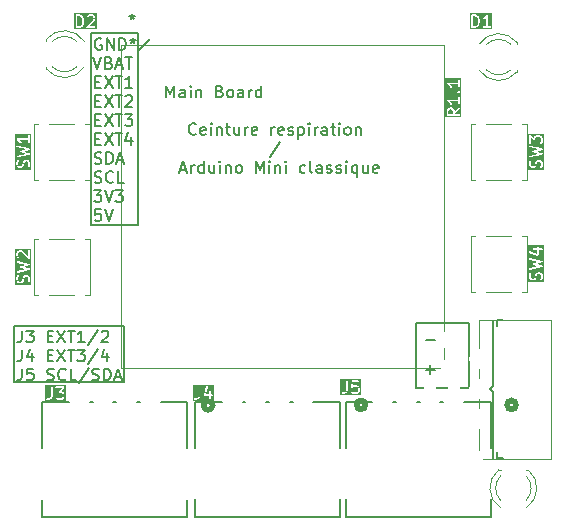
<source format=gbr>
%TF.GenerationSoftware,KiCad,Pcbnew,9.0.1*%
%TF.CreationDate,2025-06-10T11:43:45-04:00*%
%TF.ProjectId,Ceinture_respiration_Main,4365696e-7475-4726-955f-726573706972,1.1*%
%TF.SameCoordinates,Original*%
%TF.FileFunction,Legend,Top*%
%TF.FilePolarity,Positive*%
%FSLAX46Y46*%
G04 Gerber Fmt 4.6, Leading zero omitted, Abs format (unit mm)*
G04 Created by KiCad (PCBNEW 9.0.1) date 2025-06-10 11:43:45*
%MOMM*%
%LPD*%
G01*
G04 APERTURE LIST*
%ADD10C,0.150000*%
%ADD11C,0.200000*%
%ADD12C,0.120000*%
%ADD13C,0.152400*%
%ADD14C,0.508000*%
%ADD15C,0.127000*%
%ADD16R,1.400000X1.600000*%
%ADD17R,1.092200X3.505200*%
%ADD18R,1.600200X3.700000*%
%ADD19R,1.000000X3.700000*%
%ADD20C,1.676400*%
%ADD21R,1.800000X1.800000*%
%ADD22C,1.800000*%
%ADD23R,1.700000X1.700000*%
%ADD24C,1.700000*%
%ADD25O,1.700000X1.700000*%
G04 APERTURE END LIST*
D10*
X34000000Y-26500000D02*
X38500000Y-26500000D01*
X38500000Y-32000000D01*
X34000000Y-32000000D01*
X34000000Y-26500000D01*
X6500000Y-2000000D02*
X10500000Y-2000000D01*
X10500000Y-18250000D01*
X6500000Y-18250000D01*
X6500000Y-2000000D01*
X0Y-26750000D02*
X9250000Y-26750000D01*
X9250000Y-31500000D01*
X0Y-31500000D01*
X0Y-26750000D01*
X10500000Y-3500000D02*
X11500000Y-2500000D01*
G36*
X37053963Y-8451050D02*
G01*
X37084370Y-8481457D01*
X37118628Y-8549973D01*
X37118628Y-8838220D01*
X36744819Y-8838220D01*
X36744819Y-8549973D01*
X36779077Y-8481457D01*
X36809484Y-8451050D01*
X36878000Y-8416792D01*
X36985447Y-8416792D01*
X37053963Y-8451050D01*
G37*
G36*
X37855930Y-9099331D02*
G01*
X36483708Y-9099331D01*
X36483708Y-8532268D01*
X36594819Y-8532268D01*
X36594819Y-8913220D01*
X36596260Y-8927852D01*
X36607459Y-8954888D01*
X36628151Y-8975580D01*
X36655187Y-8986779D01*
X36669819Y-8988220D01*
X37669819Y-8988220D01*
X37684451Y-8986779D01*
X37711487Y-8975580D01*
X37732179Y-8954888D01*
X37743378Y-8927852D01*
X37743378Y-8898588D01*
X37732179Y-8871552D01*
X37711487Y-8850860D01*
X37684451Y-8839661D01*
X37669819Y-8838220D01*
X37268628Y-8838220D01*
X37268628Y-8714174D01*
X37712829Y-8403234D01*
X37723989Y-8393663D01*
X37739716Y-8368984D01*
X37744802Y-8340167D01*
X37738472Y-8311596D01*
X37721690Y-8287622D01*
X37697012Y-8271895D01*
X37668194Y-8266810D01*
X37639623Y-8273139D01*
X37626810Y-8280349D01*
X37268518Y-8531152D01*
X37267187Y-8517636D01*
X37266156Y-8515147D01*
X37265965Y-8512458D01*
X37260710Y-8498727D01*
X37213091Y-8403489D01*
X37209126Y-8397189D01*
X37208369Y-8395362D01*
X37206680Y-8393305D01*
X37205259Y-8391046D01*
X37203760Y-8389746D01*
X37199042Y-8383997D01*
X37151423Y-8336378D01*
X37145673Y-8331659D01*
X37144374Y-8330161D01*
X37142114Y-8328739D01*
X37140058Y-8327051D01*
X37138230Y-8326293D01*
X37131931Y-8322329D01*
X37036693Y-8274710D01*
X37022961Y-8269455D01*
X37020273Y-8269264D01*
X37017784Y-8268233D01*
X37003152Y-8266792D01*
X36860295Y-8266792D01*
X36845663Y-8268233D01*
X36843174Y-8269263D01*
X36840485Y-8269455D01*
X36826754Y-8274710D01*
X36731516Y-8322329D01*
X36725216Y-8326293D01*
X36723389Y-8327051D01*
X36721332Y-8328739D01*
X36719073Y-8330161D01*
X36717773Y-8331659D01*
X36712024Y-8336378D01*
X36664405Y-8383997D01*
X36659686Y-8389746D01*
X36658188Y-8391046D01*
X36656766Y-8393305D01*
X36655078Y-8395362D01*
X36654320Y-8397189D01*
X36650356Y-8403489D01*
X36602737Y-8498727D01*
X36597482Y-8512459D01*
X36597291Y-8515146D01*
X36596260Y-8517636D01*
X36594819Y-8532268D01*
X36483708Y-8532268D01*
X36483708Y-7675204D01*
X36594819Y-7675204D01*
X36596260Y-7682408D01*
X36596260Y-7689757D01*
X36599101Y-7696617D01*
X36600558Y-7703898D01*
X36604646Y-7710003D01*
X36607459Y-7716793D01*
X36612709Y-7722043D01*
X36616841Y-7728213D01*
X36628099Y-7737433D01*
X36628151Y-7737485D01*
X36628173Y-7737494D01*
X36628216Y-7737529D01*
X36764894Y-7828647D01*
X36846275Y-7910028D01*
X36888451Y-7994380D01*
X36896283Y-8006823D01*
X36918391Y-8025996D01*
X36946152Y-8035250D01*
X36975342Y-8033176D01*
X37001517Y-8020088D01*
X37020690Y-7997981D01*
X37029944Y-7970219D01*
X37027870Y-7941029D01*
X37022615Y-7927298D01*
X36974996Y-7832060D01*
X36971033Y-7825765D01*
X36970275Y-7823933D01*
X36968583Y-7821871D01*
X36967164Y-7819617D01*
X36965667Y-7818318D01*
X36960947Y-7812568D01*
X36898504Y-7750125D01*
X37594819Y-7750125D01*
X37594819Y-7960839D01*
X37596260Y-7975471D01*
X37607459Y-8002507D01*
X37628151Y-8023199D01*
X37655187Y-8034398D01*
X37684451Y-8034398D01*
X37711487Y-8023199D01*
X37732179Y-8002507D01*
X37743378Y-7975471D01*
X37744819Y-7960839D01*
X37744819Y-7389411D01*
X37743378Y-7374779D01*
X37732179Y-7347743D01*
X37711487Y-7327051D01*
X37684451Y-7315852D01*
X37655187Y-7315852D01*
X37628151Y-7327051D01*
X37607459Y-7347743D01*
X37596260Y-7374779D01*
X37594819Y-7389411D01*
X37594819Y-7600125D01*
X36669819Y-7600125D01*
X36669766Y-7600130D01*
X36669740Y-7600125D01*
X36669663Y-7600140D01*
X36655187Y-7601566D01*
X36648326Y-7604407D01*
X36641046Y-7605864D01*
X36634940Y-7609952D01*
X36628151Y-7612765D01*
X36622900Y-7618015D01*
X36616731Y-7622147D01*
X36612654Y-7628261D01*
X36607459Y-7633457D01*
X36604617Y-7640317D01*
X36600498Y-7646496D01*
X36599072Y-7653704D01*
X36596260Y-7660493D01*
X36596260Y-7667919D01*
X36594819Y-7675204D01*
X36483708Y-7675204D01*
X36483708Y-6946207D01*
X37501021Y-6946207D01*
X37501021Y-6975470D01*
X37512219Y-7002506D01*
X37512220Y-7002507D01*
X37521548Y-7013873D01*
X37569167Y-7061491D01*
X37580533Y-7070819D01*
X37607569Y-7082017D01*
X37636832Y-7082017D01*
X37663868Y-7070818D01*
X37675233Y-7061491D01*
X37722852Y-7013872D01*
X37732179Y-7002507D01*
X37743378Y-6975471D01*
X37743378Y-6946208D01*
X37735775Y-6927852D01*
X37732179Y-6919171D01*
X37722852Y-6907806D01*
X37675233Y-6860187D01*
X37663868Y-6850860D01*
X37663866Y-6850859D01*
X37636832Y-6839661D01*
X37607569Y-6839661D01*
X37580533Y-6850859D01*
X37569167Y-6860187D01*
X37521548Y-6907805D01*
X37512220Y-6919171D01*
X37512219Y-6919172D01*
X37508624Y-6927852D01*
X37501021Y-6946207D01*
X36483708Y-6946207D01*
X36483708Y-6246633D01*
X36594819Y-6246633D01*
X36596260Y-6253837D01*
X36596260Y-6261186D01*
X36599101Y-6268046D01*
X36600558Y-6275327D01*
X36604646Y-6281432D01*
X36607459Y-6288222D01*
X36612709Y-6293472D01*
X36616841Y-6299642D01*
X36628099Y-6308862D01*
X36628151Y-6308914D01*
X36628173Y-6308923D01*
X36628216Y-6308958D01*
X36764894Y-6400076D01*
X36846275Y-6481457D01*
X36888451Y-6565809D01*
X36896283Y-6578252D01*
X36918391Y-6597425D01*
X36946152Y-6606679D01*
X36975342Y-6604605D01*
X37001517Y-6591517D01*
X37020690Y-6569410D01*
X37029944Y-6541648D01*
X37027870Y-6512458D01*
X37022615Y-6498727D01*
X36974996Y-6403489D01*
X36971033Y-6397194D01*
X36970275Y-6395362D01*
X36968583Y-6393300D01*
X36967164Y-6391046D01*
X36965667Y-6389747D01*
X36960947Y-6383997D01*
X36898504Y-6321554D01*
X37594819Y-6321554D01*
X37594819Y-6532268D01*
X37596260Y-6546900D01*
X37607459Y-6573936D01*
X37628151Y-6594628D01*
X37655187Y-6605827D01*
X37684451Y-6605827D01*
X37711487Y-6594628D01*
X37732179Y-6573936D01*
X37743378Y-6546900D01*
X37744819Y-6532268D01*
X37744819Y-5960840D01*
X37743378Y-5946208D01*
X37732179Y-5919172D01*
X37711487Y-5898480D01*
X37684451Y-5887281D01*
X37655187Y-5887281D01*
X37628151Y-5898480D01*
X37607459Y-5919172D01*
X37596260Y-5946208D01*
X37594819Y-5960840D01*
X37594819Y-6171554D01*
X36669819Y-6171554D01*
X36669766Y-6171559D01*
X36669740Y-6171554D01*
X36669663Y-6171569D01*
X36655187Y-6172995D01*
X36648326Y-6175836D01*
X36641046Y-6177293D01*
X36634940Y-6181381D01*
X36628151Y-6184194D01*
X36622900Y-6189444D01*
X36616731Y-6193576D01*
X36612654Y-6199690D01*
X36607459Y-6204886D01*
X36604617Y-6211746D01*
X36600498Y-6217925D01*
X36599072Y-6225133D01*
X36596260Y-6231922D01*
X36596260Y-6239348D01*
X36594819Y-6246633D01*
X36483708Y-6246633D01*
X36483708Y-5776170D01*
X37855930Y-5776170D01*
X37855930Y-9099331D01*
G37*
X9979636Y-369819D02*
X9979636Y-607914D01*
X9741541Y-512676D02*
X9979636Y-607914D01*
X9979636Y-607914D02*
X10217731Y-512676D01*
X9836779Y-798390D02*
X9979636Y-607914D01*
X9979636Y-607914D02*
X10122493Y-798390D01*
X34836779Y-27988866D02*
X35598684Y-27988866D01*
X34836779Y-30488866D02*
X35598684Y-30488866D01*
X35217731Y-30869819D02*
X35217731Y-30107914D01*
X15378570Y-10504692D02*
X15330951Y-10552312D01*
X15330951Y-10552312D02*
X15188094Y-10599931D01*
X15188094Y-10599931D02*
X15092856Y-10599931D01*
X15092856Y-10599931D02*
X14949999Y-10552312D01*
X14949999Y-10552312D02*
X14854761Y-10457073D01*
X14854761Y-10457073D02*
X14807142Y-10361835D01*
X14807142Y-10361835D02*
X14759523Y-10171359D01*
X14759523Y-10171359D02*
X14759523Y-10028502D01*
X14759523Y-10028502D02*
X14807142Y-9838026D01*
X14807142Y-9838026D02*
X14854761Y-9742788D01*
X14854761Y-9742788D02*
X14949999Y-9647550D01*
X14949999Y-9647550D02*
X15092856Y-9599931D01*
X15092856Y-9599931D02*
X15188094Y-9599931D01*
X15188094Y-9599931D02*
X15330951Y-9647550D01*
X15330951Y-9647550D02*
X15378570Y-9695169D01*
X16188094Y-10552312D02*
X16092856Y-10599931D01*
X16092856Y-10599931D02*
X15902380Y-10599931D01*
X15902380Y-10599931D02*
X15807142Y-10552312D01*
X15807142Y-10552312D02*
X15759523Y-10457073D01*
X15759523Y-10457073D02*
X15759523Y-10076121D01*
X15759523Y-10076121D02*
X15807142Y-9980883D01*
X15807142Y-9980883D02*
X15902380Y-9933264D01*
X15902380Y-9933264D02*
X16092856Y-9933264D01*
X16092856Y-9933264D02*
X16188094Y-9980883D01*
X16188094Y-9980883D02*
X16235713Y-10076121D01*
X16235713Y-10076121D02*
X16235713Y-10171359D01*
X16235713Y-10171359D02*
X15759523Y-10266597D01*
X16664285Y-10599931D02*
X16664285Y-9933264D01*
X16664285Y-9599931D02*
X16616666Y-9647550D01*
X16616666Y-9647550D02*
X16664285Y-9695169D01*
X16664285Y-9695169D02*
X16711904Y-9647550D01*
X16711904Y-9647550D02*
X16664285Y-9599931D01*
X16664285Y-9599931D02*
X16664285Y-9695169D01*
X17140475Y-9933264D02*
X17140475Y-10599931D01*
X17140475Y-10028502D02*
X17188094Y-9980883D01*
X17188094Y-9980883D02*
X17283332Y-9933264D01*
X17283332Y-9933264D02*
X17426189Y-9933264D01*
X17426189Y-9933264D02*
X17521427Y-9980883D01*
X17521427Y-9980883D02*
X17569046Y-10076121D01*
X17569046Y-10076121D02*
X17569046Y-10599931D01*
X17902380Y-9933264D02*
X18283332Y-9933264D01*
X18045237Y-9599931D02*
X18045237Y-10457073D01*
X18045237Y-10457073D02*
X18092856Y-10552312D01*
X18092856Y-10552312D02*
X18188094Y-10599931D01*
X18188094Y-10599931D02*
X18283332Y-10599931D01*
X19045237Y-9933264D02*
X19045237Y-10599931D01*
X18616666Y-9933264D02*
X18616666Y-10457073D01*
X18616666Y-10457073D02*
X18664285Y-10552312D01*
X18664285Y-10552312D02*
X18759523Y-10599931D01*
X18759523Y-10599931D02*
X18902380Y-10599931D01*
X18902380Y-10599931D02*
X18997618Y-10552312D01*
X18997618Y-10552312D02*
X19045237Y-10504692D01*
X19521428Y-10599931D02*
X19521428Y-9933264D01*
X19521428Y-10123740D02*
X19569047Y-10028502D01*
X19569047Y-10028502D02*
X19616666Y-9980883D01*
X19616666Y-9980883D02*
X19711904Y-9933264D01*
X19711904Y-9933264D02*
X19807142Y-9933264D01*
X20521428Y-10552312D02*
X20426190Y-10599931D01*
X20426190Y-10599931D02*
X20235714Y-10599931D01*
X20235714Y-10599931D02*
X20140476Y-10552312D01*
X20140476Y-10552312D02*
X20092857Y-10457073D01*
X20092857Y-10457073D02*
X20092857Y-10076121D01*
X20092857Y-10076121D02*
X20140476Y-9980883D01*
X20140476Y-9980883D02*
X20235714Y-9933264D01*
X20235714Y-9933264D02*
X20426190Y-9933264D01*
X20426190Y-9933264D02*
X20521428Y-9980883D01*
X20521428Y-9980883D02*
X20569047Y-10076121D01*
X20569047Y-10076121D02*
X20569047Y-10171359D01*
X20569047Y-10171359D02*
X20092857Y-10266597D01*
X21759524Y-10599931D02*
X21759524Y-9933264D01*
X21759524Y-10123740D02*
X21807143Y-10028502D01*
X21807143Y-10028502D02*
X21854762Y-9980883D01*
X21854762Y-9980883D02*
X21950000Y-9933264D01*
X21950000Y-9933264D02*
X22045238Y-9933264D01*
X22759524Y-10552312D02*
X22664286Y-10599931D01*
X22664286Y-10599931D02*
X22473810Y-10599931D01*
X22473810Y-10599931D02*
X22378572Y-10552312D01*
X22378572Y-10552312D02*
X22330953Y-10457073D01*
X22330953Y-10457073D02*
X22330953Y-10076121D01*
X22330953Y-10076121D02*
X22378572Y-9980883D01*
X22378572Y-9980883D02*
X22473810Y-9933264D01*
X22473810Y-9933264D02*
X22664286Y-9933264D01*
X22664286Y-9933264D02*
X22759524Y-9980883D01*
X22759524Y-9980883D02*
X22807143Y-10076121D01*
X22807143Y-10076121D02*
X22807143Y-10171359D01*
X22807143Y-10171359D02*
X22330953Y-10266597D01*
X23188096Y-10552312D02*
X23283334Y-10599931D01*
X23283334Y-10599931D02*
X23473810Y-10599931D01*
X23473810Y-10599931D02*
X23569048Y-10552312D01*
X23569048Y-10552312D02*
X23616667Y-10457073D01*
X23616667Y-10457073D02*
X23616667Y-10409454D01*
X23616667Y-10409454D02*
X23569048Y-10314216D01*
X23569048Y-10314216D02*
X23473810Y-10266597D01*
X23473810Y-10266597D02*
X23330953Y-10266597D01*
X23330953Y-10266597D02*
X23235715Y-10218978D01*
X23235715Y-10218978D02*
X23188096Y-10123740D01*
X23188096Y-10123740D02*
X23188096Y-10076121D01*
X23188096Y-10076121D02*
X23235715Y-9980883D01*
X23235715Y-9980883D02*
X23330953Y-9933264D01*
X23330953Y-9933264D02*
X23473810Y-9933264D01*
X23473810Y-9933264D02*
X23569048Y-9980883D01*
X24045239Y-9933264D02*
X24045239Y-10933264D01*
X24045239Y-9980883D02*
X24140477Y-9933264D01*
X24140477Y-9933264D02*
X24330953Y-9933264D01*
X24330953Y-9933264D02*
X24426191Y-9980883D01*
X24426191Y-9980883D02*
X24473810Y-10028502D01*
X24473810Y-10028502D02*
X24521429Y-10123740D01*
X24521429Y-10123740D02*
X24521429Y-10409454D01*
X24521429Y-10409454D02*
X24473810Y-10504692D01*
X24473810Y-10504692D02*
X24426191Y-10552312D01*
X24426191Y-10552312D02*
X24330953Y-10599931D01*
X24330953Y-10599931D02*
X24140477Y-10599931D01*
X24140477Y-10599931D02*
X24045239Y-10552312D01*
X24950001Y-10599931D02*
X24950001Y-9933264D01*
X24950001Y-9599931D02*
X24902382Y-9647550D01*
X24902382Y-9647550D02*
X24950001Y-9695169D01*
X24950001Y-9695169D02*
X24997620Y-9647550D01*
X24997620Y-9647550D02*
X24950001Y-9599931D01*
X24950001Y-9599931D02*
X24950001Y-9695169D01*
X25426191Y-10599931D02*
X25426191Y-9933264D01*
X25426191Y-10123740D02*
X25473810Y-10028502D01*
X25473810Y-10028502D02*
X25521429Y-9980883D01*
X25521429Y-9980883D02*
X25616667Y-9933264D01*
X25616667Y-9933264D02*
X25711905Y-9933264D01*
X26473810Y-10599931D02*
X26473810Y-10076121D01*
X26473810Y-10076121D02*
X26426191Y-9980883D01*
X26426191Y-9980883D02*
X26330953Y-9933264D01*
X26330953Y-9933264D02*
X26140477Y-9933264D01*
X26140477Y-9933264D02*
X26045239Y-9980883D01*
X26473810Y-10552312D02*
X26378572Y-10599931D01*
X26378572Y-10599931D02*
X26140477Y-10599931D01*
X26140477Y-10599931D02*
X26045239Y-10552312D01*
X26045239Y-10552312D02*
X25997620Y-10457073D01*
X25997620Y-10457073D02*
X25997620Y-10361835D01*
X25997620Y-10361835D02*
X26045239Y-10266597D01*
X26045239Y-10266597D02*
X26140477Y-10218978D01*
X26140477Y-10218978D02*
X26378572Y-10218978D01*
X26378572Y-10218978D02*
X26473810Y-10171359D01*
X26807144Y-9933264D02*
X27188096Y-9933264D01*
X26950001Y-9599931D02*
X26950001Y-10457073D01*
X26950001Y-10457073D02*
X26997620Y-10552312D01*
X26997620Y-10552312D02*
X27092858Y-10599931D01*
X27092858Y-10599931D02*
X27188096Y-10599931D01*
X27521430Y-10599931D02*
X27521430Y-9933264D01*
X27521430Y-9599931D02*
X27473811Y-9647550D01*
X27473811Y-9647550D02*
X27521430Y-9695169D01*
X27521430Y-9695169D02*
X27569049Y-9647550D01*
X27569049Y-9647550D02*
X27521430Y-9599931D01*
X27521430Y-9599931D02*
X27521430Y-9695169D01*
X28140477Y-10599931D02*
X28045239Y-10552312D01*
X28045239Y-10552312D02*
X27997620Y-10504692D01*
X27997620Y-10504692D02*
X27950001Y-10409454D01*
X27950001Y-10409454D02*
X27950001Y-10123740D01*
X27950001Y-10123740D02*
X27997620Y-10028502D01*
X27997620Y-10028502D02*
X28045239Y-9980883D01*
X28045239Y-9980883D02*
X28140477Y-9933264D01*
X28140477Y-9933264D02*
X28283334Y-9933264D01*
X28283334Y-9933264D02*
X28378572Y-9980883D01*
X28378572Y-9980883D02*
X28426191Y-10028502D01*
X28426191Y-10028502D02*
X28473810Y-10123740D01*
X28473810Y-10123740D02*
X28473810Y-10409454D01*
X28473810Y-10409454D02*
X28426191Y-10504692D01*
X28426191Y-10504692D02*
X28378572Y-10552312D01*
X28378572Y-10552312D02*
X28283334Y-10599931D01*
X28283334Y-10599931D02*
X28140477Y-10599931D01*
X28902382Y-9933264D02*
X28902382Y-10599931D01*
X28902382Y-10028502D02*
X28950001Y-9980883D01*
X28950001Y-9980883D02*
X29045239Y-9933264D01*
X29045239Y-9933264D02*
X29188096Y-9933264D01*
X29188096Y-9933264D02*
X29283334Y-9980883D01*
X29283334Y-9980883D02*
X29330953Y-10076121D01*
X29330953Y-10076121D02*
X29330953Y-10599931D01*
X22497618Y-11162256D02*
X21640476Y-12447970D01*
X14069047Y-13534104D02*
X14545237Y-13534104D01*
X13973809Y-13819819D02*
X14307142Y-12819819D01*
X14307142Y-12819819D02*
X14640475Y-13819819D01*
X14973809Y-13819819D02*
X14973809Y-13153152D01*
X14973809Y-13343628D02*
X15021428Y-13248390D01*
X15021428Y-13248390D02*
X15069047Y-13200771D01*
X15069047Y-13200771D02*
X15164285Y-13153152D01*
X15164285Y-13153152D02*
X15259523Y-13153152D01*
X16021428Y-13819819D02*
X16021428Y-12819819D01*
X16021428Y-13772200D02*
X15926190Y-13819819D01*
X15926190Y-13819819D02*
X15735714Y-13819819D01*
X15735714Y-13819819D02*
X15640476Y-13772200D01*
X15640476Y-13772200D02*
X15592857Y-13724580D01*
X15592857Y-13724580D02*
X15545238Y-13629342D01*
X15545238Y-13629342D02*
X15545238Y-13343628D01*
X15545238Y-13343628D02*
X15592857Y-13248390D01*
X15592857Y-13248390D02*
X15640476Y-13200771D01*
X15640476Y-13200771D02*
X15735714Y-13153152D01*
X15735714Y-13153152D02*
X15926190Y-13153152D01*
X15926190Y-13153152D02*
X16021428Y-13200771D01*
X16926190Y-13153152D02*
X16926190Y-13819819D01*
X16497619Y-13153152D02*
X16497619Y-13676961D01*
X16497619Y-13676961D02*
X16545238Y-13772200D01*
X16545238Y-13772200D02*
X16640476Y-13819819D01*
X16640476Y-13819819D02*
X16783333Y-13819819D01*
X16783333Y-13819819D02*
X16878571Y-13772200D01*
X16878571Y-13772200D02*
X16926190Y-13724580D01*
X17402381Y-13819819D02*
X17402381Y-13153152D01*
X17402381Y-12819819D02*
X17354762Y-12867438D01*
X17354762Y-12867438D02*
X17402381Y-12915057D01*
X17402381Y-12915057D02*
X17450000Y-12867438D01*
X17450000Y-12867438D02*
X17402381Y-12819819D01*
X17402381Y-12819819D02*
X17402381Y-12915057D01*
X17878571Y-13153152D02*
X17878571Y-13819819D01*
X17878571Y-13248390D02*
X17926190Y-13200771D01*
X17926190Y-13200771D02*
X18021428Y-13153152D01*
X18021428Y-13153152D02*
X18164285Y-13153152D01*
X18164285Y-13153152D02*
X18259523Y-13200771D01*
X18259523Y-13200771D02*
X18307142Y-13296009D01*
X18307142Y-13296009D02*
X18307142Y-13819819D01*
X18926190Y-13819819D02*
X18830952Y-13772200D01*
X18830952Y-13772200D02*
X18783333Y-13724580D01*
X18783333Y-13724580D02*
X18735714Y-13629342D01*
X18735714Y-13629342D02*
X18735714Y-13343628D01*
X18735714Y-13343628D02*
X18783333Y-13248390D01*
X18783333Y-13248390D02*
X18830952Y-13200771D01*
X18830952Y-13200771D02*
X18926190Y-13153152D01*
X18926190Y-13153152D02*
X19069047Y-13153152D01*
X19069047Y-13153152D02*
X19164285Y-13200771D01*
X19164285Y-13200771D02*
X19211904Y-13248390D01*
X19211904Y-13248390D02*
X19259523Y-13343628D01*
X19259523Y-13343628D02*
X19259523Y-13629342D01*
X19259523Y-13629342D02*
X19211904Y-13724580D01*
X19211904Y-13724580D02*
X19164285Y-13772200D01*
X19164285Y-13772200D02*
X19069047Y-13819819D01*
X19069047Y-13819819D02*
X18926190Y-13819819D01*
X20450000Y-13819819D02*
X20450000Y-12819819D01*
X20450000Y-12819819D02*
X20783333Y-13534104D01*
X20783333Y-13534104D02*
X21116666Y-12819819D01*
X21116666Y-12819819D02*
X21116666Y-13819819D01*
X21592857Y-13819819D02*
X21592857Y-13153152D01*
X21592857Y-12819819D02*
X21545238Y-12867438D01*
X21545238Y-12867438D02*
X21592857Y-12915057D01*
X21592857Y-12915057D02*
X21640476Y-12867438D01*
X21640476Y-12867438D02*
X21592857Y-12819819D01*
X21592857Y-12819819D02*
X21592857Y-12915057D01*
X22069047Y-13153152D02*
X22069047Y-13819819D01*
X22069047Y-13248390D02*
X22116666Y-13200771D01*
X22116666Y-13200771D02*
X22211904Y-13153152D01*
X22211904Y-13153152D02*
X22354761Y-13153152D01*
X22354761Y-13153152D02*
X22449999Y-13200771D01*
X22449999Y-13200771D02*
X22497618Y-13296009D01*
X22497618Y-13296009D02*
X22497618Y-13819819D01*
X22973809Y-13819819D02*
X22973809Y-13153152D01*
X22973809Y-12819819D02*
X22926190Y-12867438D01*
X22926190Y-12867438D02*
X22973809Y-12915057D01*
X22973809Y-12915057D02*
X23021428Y-12867438D01*
X23021428Y-12867438D02*
X22973809Y-12819819D01*
X22973809Y-12819819D02*
X22973809Y-12915057D01*
X24640475Y-13772200D02*
X24545237Y-13819819D01*
X24545237Y-13819819D02*
X24354761Y-13819819D01*
X24354761Y-13819819D02*
X24259523Y-13772200D01*
X24259523Y-13772200D02*
X24211904Y-13724580D01*
X24211904Y-13724580D02*
X24164285Y-13629342D01*
X24164285Y-13629342D02*
X24164285Y-13343628D01*
X24164285Y-13343628D02*
X24211904Y-13248390D01*
X24211904Y-13248390D02*
X24259523Y-13200771D01*
X24259523Y-13200771D02*
X24354761Y-13153152D01*
X24354761Y-13153152D02*
X24545237Y-13153152D01*
X24545237Y-13153152D02*
X24640475Y-13200771D01*
X25211904Y-13819819D02*
X25116666Y-13772200D01*
X25116666Y-13772200D02*
X25069047Y-13676961D01*
X25069047Y-13676961D02*
X25069047Y-12819819D01*
X26021428Y-13819819D02*
X26021428Y-13296009D01*
X26021428Y-13296009D02*
X25973809Y-13200771D01*
X25973809Y-13200771D02*
X25878571Y-13153152D01*
X25878571Y-13153152D02*
X25688095Y-13153152D01*
X25688095Y-13153152D02*
X25592857Y-13200771D01*
X26021428Y-13772200D02*
X25926190Y-13819819D01*
X25926190Y-13819819D02*
X25688095Y-13819819D01*
X25688095Y-13819819D02*
X25592857Y-13772200D01*
X25592857Y-13772200D02*
X25545238Y-13676961D01*
X25545238Y-13676961D02*
X25545238Y-13581723D01*
X25545238Y-13581723D02*
X25592857Y-13486485D01*
X25592857Y-13486485D02*
X25688095Y-13438866D01*
X25688095Y-13438866D02*
X25926190Y-13438866D01*
X25926190Y-13438866D02*
X26021428Y-13391247D01*
X26450000Y-13772200D02*
X26545238Y-13819819D01*
X26545238Y-13819819D02*
X26735714Y-13819819D01*
X26735714Y-13819819D02*
X26830952Y-13772200D01*
X26830952Y-13772200D02*
X26878571Y-13676961D01*
X26878571Y-13676961D02*
X26878571Y-13629342D01*
X26878571Y-13629342D02*
X26830952Y-13534104D01*
X26830952Y-13534104D02*
X26735714Y-13486485D01*
X26735714Y-13486485D02*
X26592857Y-13486485D01*
X26592857Y-13486485D02*
X26497619Y-13438866D01*
X26497619Y-13438866D02*
X26450000Y-13343628D01*
X26450000Y-13343628D02*
X26450000Y-13296009D01*
X26450000Y-13296009D02*
X26497619Y-13200771D01*
X26497619Y-13200771D02*
X26592857Y-13153152D01*
X26592857Y-13153152D02*
X26735714Y-13153152D01*
X26735714Y-13153152D02*
X26830952Y-13200771D01*
X27259524Y-13772200D02*
X27354762Y-13819819D01*
X27354762Y-13819819D02*
X27545238Y-13819819D01*
X27545238Y-13819819D02*
X27640476Y-13772200D01*
X27640476Y-13772200D02*
X27688095Y-13676961D01*
X27688095Y-13676961D02*
X27688095Y-13629342D01*
X27688095Y-13629342D02*
X27640476Y-13534104D01*
X27640476Y-13534104D02*
X27545238Y-13486485D01*
X27545238Y-13486485D02*
X27402381Y-13486485D01*
X27402381Y-13486485D02*
X27307143Y-13438866D01*
X27307143Y-13438866D02*
X27259524Y-13343628D01*
X27259524Y-13343628D02*
X27259524Y-13296009D01*
X27259524Y-13296009D02*
X27307143Y-13200771D01*
X27307143Y-13200771D02*
X27402381Y-13153152D01*
X27402381Y-13153152D02*
X27545238Y-13153152D01*
X27545238Y-13153152D02*
X27640476Y-13200771D01*
X28116667Y-13819819D02*
X28116667Y-13153152D01*
X28116667Y-12819819D02*
X28069048Y-12867438D01*
X28069048Y-12867438D02*
X28116667Y-12915057D01*
X28116667Y-12915057D02*
X28164286Y-12867438D01*
X28164286Y-12867438D02*
X28116667Y-12819819D01*
X28116667Y-12819819D02*
X28116667Y-12915057D01*
X29021428Y-13153152D02*
X29021428Y-14153152D01*
X29021428Y-13772200D02*
X28926190Y-13819819D01*
X28926190Y-13819819D02*
X28735714Y-13819819D01*
X28735714Y-13819819D02*
X28640476Y-13772200D01*
X28640476Y-13772200D02*
X28592857Y-13724580D01*
X28592857Y-13724580D02*
X28545238Y-13629342D01*
X28545238Y-13629342D02*
X28545238Y-13343628D01*
X28545238Y-13343628D02*
X28592857Y-13248390D01*
X28592857Y-13248390D02*
X28640476Y-13200771D01*
X28640476Y-13200771D02*
X28735714Y-13153152D01*
X28735714Y-13153152D02*
X28926190Y-13153152D01*
X28926190Y-13153152D02*
X29021428Y-13200771D01*
X29926190Y-13153152D02*
X29926190Y-13819819D01*
X29497619Y-13153152D02*
X29497619Y-13676961D01*
X29497619Y-13676961D02*
X29545238Y-13772200D01*
X29545238Y-13772200D02*
X29640476Y-13819819D01*
X29640476Y-13819819D02*
X29783333Y-13819819D01*
X29783333Y-13819819D02*
X29878571Y-13772200D01*
X29878571Y-13772200D02*
X29926190Y-13724580D01*
X30783333Y-13772200D02*
X30688095Y-13819819D01*
X30688095Y-13819819D02*
X30497619Y-13819819D01*
X30497619Y-13819819D02*
X30402381Y-13772200D01*
X30402381Y-13772200D02*
X30354762Y-13676961D01*
X30354762Y-13676961D02*
X30354762Y-13296009D01*
X30354762Y-13296009D02*
X30402381Y-13200771D01*
X30402381Y-13200771D02*
X30497619Y-13153152D01*
X30497619Y-13153152D02*
X30688095Y-13153152D01*
X30688095Y-13153152D02*
X30783333Y-13200771D01*
X30783333Y-13200771D02*
X30830952Y-13296009D01*
X30830952Y-13296009D02*
X30830952Y-13391247D01*
X30830952Y-13391247D02*
X30354762Y-13486485D01*
X7360588Y-2427942D02*
X7265350Y-2380323D01*
X7265350Y-2380323D02*
X7122493Y-2380323D01*
X7122493Y-2380323D02*
X6979636Y-2427942D01*
X6979636Y-2427942D02*
X6884398Y-2523180D01*
X6884398Y-2523180D02*
X6836779Y-2618418D01*
X6836779Y-2618418D02*
X6789160Y-2808894D01*
X6789160Y-2808894D02*
X6789160Y-2951751D01*
X6789160Y-2951751D02*
X6836779Y-3142227D01*
X6836779Y-3142227D02*
X6884398Y-3237465D01*
X6884398Y-3237465D02*
X6979636Y-3332704D01*
X6979636Y-3332704D02*
X7122493Y-3380323D01*
X7122493Y-3380323D02*
X7217731Y-3380323D01*
X7217731Y-3380323D02*
X7360588Y-3332704D01*
X7360588Y-3332704D02*
X7408207Y-3285084D01*
X7408207Y-3285084D02*
X7408207Y-2951751D01*
X7408207Y-2951751D02*
X7217731Y-2951751D01*
X7836779Y-3380323D02*
X7836779Y-2380323D01*
X7836779Y-2380323D02*
X8408207Y-3380323D01*
X8408207Y-3380323D02*
X8408207Y-2380323D01*
X8884398Y-3380323D02*
X8884398Y-2380323D01*
X8884398Y-2380323D02*
X9122493Y-2380323D01*
X9122493Y-2380323D02*
X9265350Y-2427942D01*
X9265350Y-2427942D02*
X9360588Y-2523180D01*
X9360588Y-2523180D02*
X9408207Y-2618418D01*
X9408207Y-2618418D02*
X9455826Y-2808894D01*
X9455826Y-2808894D02*
X9455826Y-2951751D01*
X9455826Y-2951751D02*
X9408207Y-3142227D01*
X9408207Y-3142227D02*
X9360588Y-3237465D01*
X9360588Y-3237465D02*
X9265350Y-3332704D01*
X9265350Y-3332704D02*
X9122493Y-3380323D01*
X9122493Y-3380323D02*
X8884398Y-3380323D01*
X10027255Y-2380323D02*
X10027255Y-2618418D01*
X9789160Y-2523180D02*
X10027255Y-2618418D01*
X10027255Y-2618418D02*
X10265350Y-2523180D01*
X9884398Y-2808894D02*
X10027255Y-2618418D01*
X10027255Y-2618418D02*
X10170112Y-2808894D01*
X6693922Y-3990267D02*
X7027255Y-4990267D01*
X7027255Y-4990267D02*
X7360588Y-3990267D01*
X8027255Y-4466457D02*
X8170112Y-4514076D01*
X8170112Y-4514076D02*
X8217731Y-4561695D01*
X8217731Y-4561695D02*
X8265350Y-4656933D01*
X8265350Y-4656933D02*
X8265350Y-4799790D01*
X8265350Y-4799790D02*
X8217731Y-4895028D01*
X8217731Y-4895028D02*
X8170112Y-4942648D01*
X8170112Y-4942648D02*
X8074874Y-4990267D01*
X8074874Y-4990267D02*
X7693922Y-4990267D01*
X7693922Y-4990267D02*
X7693922Y-3990267D01*
X7693922Y-3990267D02*
X8027255Y-3990267D01*
X8027255Y-3990267D02*
X8122493Y-4037886D01*
X8122493Y-4037886D02*
X8170112Y-4085505D01*
X8170112Y-4085505D02*
X8217731Y-4180743D01*
X8217731Y-4180743D02*
X8217731Y-4275981D01*
X8217731Y-4275981D02*
X8170112Y-4371219D01*
X8170112Y-4371219D02*
X8122493Y-4418838D01*
X8122493Y-4418838D02*
X8027255Y-4466457D01*
X8027255Y-4466457D02*
X7693922Y-4466457D01*
X8646303Y-4704552D02*
X9122493Y-4704552D01*
X8551065Y-4990267D02*
X8884398Y-3990267D01*
X8884398Y-3990267D02*
X9217731Y-4990267D01*
X9408208Y-3990267D02*
X9979636Y-3990267D01*
X9693922Y-4990267D02*
X9693922Y-3990267D01*
X6836779Y-6076401D02*
X7170112Y-6076401D01*
X7312969Y-6600211D02*
X6836779Y-6600211D01*
X6836779Y-6600211D02*
X6836779Y-5600211D01*
X6836779Y-5600211D02*
X7312969Y-5600211D01*
X7646303Y-5600211D02*
X8312969Y-6600211D01*
X8312969Y-5600211D02*
X7646303Y-6600211D01*
X8551065Y-5600211D02*
X9122493Y-5600211D01*
X8836779Y-6600211D02*
X8836779Y-5600211D01*
X9979636Y-6600211D02*
X9408208Y-6600211D01*
X9693922Y-6600211D02*
X9693922Y-5600211D01*
X9693922Y-5600211D02*
X9598684Y-5743068D01*
X9598684Y-5743068D02*
X9503446Y-5838306D01*
X9503446Y-5838306D02*
X9408208Y-5885925D01*
X6836779Y-7686345D02*
X7170112Y-7686345D01*
X7312969Y-8210155D02*
X6836779Y-8210155D01*
X6836779Y-8210155D02*
X6836779Y-7210155D01*
X6836779Y-7210155D02*
X7312969Y-7210155D01*
X7646303Y-7210155D02*
X8312969Y-8210155D01*
X8312969Y-7210155D02*
X7646303Y-8210155D01*
X8551065Y-7210155D02*
X9122493Y-7210155D01*
X8836779Y-8210155D02*
X8836779Y-7210155D01*
X9408208Y-7305393D02*
X9455827Y-7257774D01*
X9455827Y-7257774D02*
X9551065Y-7210155D01*
X9551065Y-7210155D02*
X9789160Y-7210155D01*
X9789160Y-7210155D02*
X9884398Y-7257774D01*
X9884398Y-7257774D02*
X9932017Y-7305393D01*
X9932017Y-7305393D02*
X9979636Y-7400631D01*
X9979636Y-7400631D02*
X9979636Y-7495869D01*
X9979636Y-7495869D02*
X9932017Y-7638726D01*
X9932017Y-7638726D02*
X9360589Y-8210155D01*
X9360589Y-8210155D02*
X9979636Y-8210155D01*
X6836779Y-9296289D02*
X7170112Y-9296289D01*
X7312969Y-9820099D02*
X6836779Y-9820099D01*
X6836779Y-9820099D02*
X6836779Y-8820099D01*
X6836779Y-8820099D02*
X7312969Y-8820099D01*
X7646303Y-8820099D02*
X8312969Y-9820099D01*
X8312969Y-8820099D02*
X7646303Y-9820099D01*
X8551065Y-8820099D02*
X9122493Y-8820099D01*
X8836779Y-9820099D02*
X8836779Y-8820099D01*
X9360589Y-8820099D02*
X9979636Y-8820099D01*
X9979636Y-8820099D02*
X9646303Y-9201051D01*
X9646303Y-9201051D02*
X9789160Y-9201051D01*
X9789160Y-9201051D02*
X9884398Y-9248670D01*
X9884398Y-9248670D02*
X9932017Y-9296289D01*
X9932017Y-9296289D02*
X9979636Y-9391527D01*
X9979636Y-9391527D02*
X9979636Y-9629622D01*
X9979636Y-9629622D02*
X9932017Y-9724860D01*
X9932017Y-9724860D02*
X9884398Y-9772480D01*
X9884398Y-9772480D02*
X9789160Y-9820099D01*
X9789160Y-9820099D02*
X9503446Y-9820099D01*
X9503446Y-9820099D02*
X9408208Y-9772480D01*
X9408208Y-9772480D02*
X9360589Y-9724860D01*
X6836779Y-10906233D02*
X7170112Y-10906233D01*
X7312969Y-11430043D02*
X6836779Y-11430043D01*
X6836779Y-11430043D02*
X6836779Y-10430043D01*
X6836779Y-10430043D02*
X7312969Y-10430043D01*
X7646303Y-10430043D02*
X8312969Y-11430043D01*
X8312969Y-10430043D02*
X7646303Y-11430043D01*
X8551065Y-10430043D02*
X9122493Y-10430043D01*
X8836779Y-11430043D02*
X8836779Y-10430043D01*
X9884398Y-10763376D02*
X9884398Y-11430043D01*
X9646303Y-10382424D02*
X9408208Y-11096709D01*
X9408208Y-11096709D02*
X10027255Y-11096709D01*
X6789160Y-12992368D02*
X6932017Y-13039987D01*
X6932017Y-13039987D02*
X7170112Y-13039987D01*
X7170112Y-13039987D02*
X7265350Y-12992368D01*
X7265350Y-12992368D02*
X7312969Y-12944748D01*
X7312969Y-12944748D02*
X7360588Y-12849510D01*
X7360588Y-12849510D02*
X7360588Y-12754272D01*
X7360588Y-12754272D02*
X7312969Y-12659034D01*
X7312969Y-12659034D02*
X7265350Y-12611415D01*
X7265350Y-12611415D02*
X7170112Y-12563796D01*
X7170112Y-12563796D02*
X6979636Y-12516177D01*
X6979636Y-12516177D02*
X6884398Y-12468558D01*
X6884398Y-12468558D02*
X6836779Y-12420939D01*
X6836779Y-12420939D02*
X6789160Y-12325701D01*
X6789160Y-12325701D02*
X6789160Y-12230463D01*
X6789160Y-12230463D02*
X6836779Y-12135225D01*
X6836779Y-12135225D02*
X6884398Y-12087606D01*
X6884398Y-12087606D02*
X6979636Y-12039987D01*
X6979636Y-12039987D02*
X7217731Y-12039987D01*
X7217731Y-12039987D02*
X7360588Y-12087606D01*
X7789160Y-13039987D02*
X7789160Y-12039987D01*
X7789160Y-12039987D02*
X8027255Y-12039987D01*
X8027255Y-12039987D02*
X8170112Y-12087606D01*
X8170112Y-12087606D02*
X8265350Y-12182844D01*
X8265350Y-12182844D02*
X8312969Y-12278082D01*
X8312969Y-12278082D02*
X8360588Y-12468558D01*
X8360588Y-12468558D02*
X8360588Y-12611415D01*
X8360588Y-12611415D02*
X8312969Y-12801891D01*
X8312969Y-12801891D02*
X8265350Y-12897129D01*
X8265350Y-12897129D02*
X8170112Y-12992368D01*
X8170112Y-12992368D02*
X8027255Y-13039987D01*
X8027255Y-13039987D02*
X7789160Y-13039987D01*
X8741541Y-12754272D02*
X9217731Y-12754272D01*
X8646303Y-13039987D02*
X8979636Y-12039987D01*
X8979636Y-12039987D02*
X9312969Y-13039987D01*
X6789160Y-14602312D02*
X6932017Y-14649931D01*
X6932017Y-14649931D02*
X7170112Y-14649931D01*
X7170112Y-14649931D02*
X7265350Y-14602312D01*
X7265350Y-14602312D02*
X7312969Y-14554692D01*
X7312969Y-14554692D02*
X7360588Y-14459454D01*
X7360588Y-14459454D02*
X7360588Y-14364216D01*
X7360588Y-14364216D02*
X7312969Y-14268978D01*
X7312969Y-14268978D02*
X7265350Y-14221359D01*
X7265350Y-14221359D02*
X7170112Y-14173740D01*
X7170112Y-14173740D02*
X6979636Y-14126121D01*
X6979636Y-14126121D02*
X6884398Y-14078502D01*
X6884398Y-14078502D02*
X6836779Y-14030883D01*
X6836779Y-14030883D02*
X6789160Y-13935645D01*
X6789160Y-13935645D02*
X6789160Y-13840407D01*
X6789160Y-13840407D02*
X6836779Y-13745169D01*
X6836779Y-13745169D02*
X6884398Y-13697550D01*
X6884398Y-13697550D02*
X6979636Y-13649931D01*
X6979636Y-13649931D02*
X7217731Y-13649931D01*
X7217731Y-13649931D02*
X7360588Y-13697550D01*
X8360588Y-14554692D02*
X8312969Y-14602312D01*
X8312969Y-14602312D02*
X8170112Y-14649931D01*
X8170112Y-14649931D02*
X8074874Y-14649931D01*
X8074874Y-14649931D02*
X7932017Y-14602312D01*
X7932017Y-14602312D02*
X7836779Y-14507073D01*
X7836779Y-14507073D02*
X7789160Y-14411835D01*
X7789160Y-14411835D02*
X7741541Y-14221359D01*
X7741541Y-14221359D02*
X7741541Y-14078502D01*
X7741541Y-14078502D02*
X7789160Y-13888026D01*
X7789160Y-13888026D02*
X7836779Y-13792788D01*
X7836779Y-13792788D02*
X7932017Y-13697550D01*
X7932017Y-13697550D02*
X8074874Y-13649931D01*
X8074874Y-13649931D02*
X8170112Y-13649931D01*
X8170112Y-13649931D02*
X8312969Y-13697550D01*
X8312969Y-13697550D02*
X8360588Y-13745169D01*
X9265350Y-14649931D02*
X8789160Y-14649931D01*
X8789160Y-14649931D02*
X8789160Y-13649931D01*
X6741541Y-15259875D02*
X7360588Y-15259875D01*
X7360588Y-15259875D02*
X7027255Y-15640827D01*
X7027255Y-15640827D02*
X7170112Y-15640827D01*
X7170112Y-15640827D02*
X7265350Y-15688446D01*
X7265350Y-15688446D02*
X7312969Y-15736065D01*
X7312969Y-15736065D02*
X7360588Y-15831303D01*
X7360588Y-15831303D02*
X7360588Y-16069398D01*
X7360588Y-16069398D02*
X7312969Y-16164636D01*
X7312969Y-16164636D02*
X7265350Y-16212256D01*
X7265350Y-16212256D02*
X7170112Y-16259875D01*
X7170112Y-16259875D02*
X6884398Y-16259875D01*
X6884398Y-16259875D02*
X6789160Y-16212256D01*
X6789160Y-16212256D02*
X6741541Y-16164636D01*
X7646303Y-15259875D02*
X7979636Y-16259875D01*
X7979636Y-16259875D02*
X8312969Y-15259875D01*
X8551065Y-15259875D02*
X9170112Y-15259875D01*
X9170112Y-15259875D02*
X8836779Y-15640827D01*
X8836779Y-15640827D02*
X8979636Y-15640827D01*
X8979636Y-15640827D02*
X9074874Y-15688446D01*
X9074874Y-15688446D02*
X9122493Y-15736065D01*
X9122493Y-15736065D02*
X9170112Y-15831303D01*
X9170112Y-15831303D02*
X9170112Y-16069398D01*
X9170112Y-16069398D02*
X9122493Y-16164636D01*
X9122493Y-16164636D02*
X9074874Y-16212256D01*
X9074874Y-16212256D02*
X8979636Y-16259875D01*
X8979636Y-16259875D02*
X8693922Y-16259875D01*
X8693922Y-16259875D02*
X8598684Y-16212256D01*
X8598684Y-16212256D02*
X8551065Y-16164636D01*
X7312969Y-16869819D02*
X6836779Y-16869819D01*
X6836779Y-16869819D02*
X6789160Y-17346009D01*
X6789160Y-17346009D02*
X6836779Y-17298390D01*
X6836779Y-17298390D02*
X6932017Y-17250771D01*
X6932017Y-17250771D02*
X7170112Y-17250771D01*
X7170112Y-17250771D02*
X7265350Y-17298390D01*
X7265350Y-17298390D02*
X7312969Y-17346009D01*
X7312969Y-17346009D02*
X7360588Y-17441247D01*
X7360588Y-17441247D02*
X7360588Y-17679342D01*
X7360588Y-17679342D02*
X7312969Y-17774580D01*
X7312969Y-17774580D02*
X7265350Y-17822200D01*
X7265350Y-17822200D02*
X7170112Y-17869819D01*
X7170112Y-17869819D02*
X6932017Y-17869819D01*
X6932017Y-17869819D02*
X6836779Y-17822200D01*
X6836779Y-17822200D02*
X6789160Y-17774580D01*
X7646303Y-16869819D02*
X7979636Y-17869819D01*
X7979636Y-17869819D02*
X8312969Y-16869819D01*
D11*
X12869673Y-7417219D02*
X12869673Y-6417219D01*
X12869673Y-6417219D02*
X13203006Y-7131504D01*
X13203006Y-7131504D02*
X13536339Y-6417219D01*
X13536339Y-6417219D02*
X13536339Y-7417219D01*
X14441101Y-7417219D02*
X14441101Y-6893409D01*
X14441101Y-6893409D02*
X14393482Y-6798171D01*
X14393482Y-6798171D02*
X14298244Y-6750552D01*
X14298244Y-6750552D02*
X14107768Y-6750552D01*
X14107768Y-6750552D02*
X14012530Y-6798171D01*
X14441101Y-7369600D02*
X14345863Y-7417219D01*
X14345863Y-7417219D02*
X14107768Y-7417219D01*
X14107768Y-7417219D02*
X14012530Y-7369600D01*
X14012530Y-7369600D02*
X13964911Y-7274361D01*
X13964911Y-7274361D02*
X13964911Y-7179123D01*
X13964911Y-7179123D02*
X14012530Y-7083885D01*
X14012530Y-7083885D02*
X14107768Y-7036266D01*
X14107768Y-7036266D02*
X14345863Y-7036266D01*
X14345863Y-7036266D02*
X14441101Y-6988647D01*
X14917292Y-7417219D02*
X14917292Y-6750552D01*
X14917292Y-6417219D02*
X14869673Y-6464838D01*
X14869673Y-6464838D02*
X14917292Y-6512457D01*
X14917292Y-6512457D02*
X14964911Y-6464838D01*
X14964911Y-6464838D02*
X14917292Y-6417219D01*
X14917292Y-6417219D02*
X14917292Y-6512457D01*
X15393482Y-6750552D02*
X15393482Y-7417219D01*
X15393482Y-6845790D02*
X15441101Y-6798171D01*
X15441101Y-6798171D02*
X15536339Y-6750552D01*
X15536339Y-6750552D02*
X15679196Y-6750552D01*
X15679196Y-6750552D02*
X15774434Y-6798171D01*
X15774434Y-6798171D02*
X15822053Y-6893409D01*
X15822053Y-6893409D02*
X15822053Y-7417219D01*
X17393482Y-6893409D02*
X17536339Y-6941028D01*
X17536339Y-6941028D02*
X17583958Y-6988647D01*
X17583958Y-6988647D02*
X17631577Y-7083885D01*
X17631577Y-7083885D02*
X17631577Y-7226742D01*
X17631577Y-7226742D02*
X17583958Y-7321980D01*
X17583958Y-7321980D02*
X17536339Y-7369600D01*
X17536339Y-7369600D02*
X17441101Y-7417219D01*
X17441101Y-7417219D02*
X17060149Y-7417219D01*
X17060149Y-7417219D02*
X17060149Y-6417219D01*
X17060149Y-6417219D02*
X17393482Y-6417219D01*
X17393482Y-6417219D02*
X17488720Y-6464838D01*
X17488720Y-6464838D02*
X17536339Y-6512457D01*
X17536339Y-6512457D02*
X17583958Y-6607695D01*
X17583958Y-6607695D02*
X17583958Y-6702933D01*
X17583958Y-6702933D02*
X17536339Y-6798171D01*
X17536339Y-6798171D02*
X17488720Y-6845790D01*
X17488720Y-6845790D02*
X17393482Y-6893409D01*
X17393482Y-6893409D02*
X17060149Y-6893409D01*
X18203006Y-7417219D02*
X18107768Y-7369600D01*
X18107768Y-7369600D02*
X18060149Y-7321980D01*
X18060149Y-7321980D02*
X18012530Y-7226742D01*
X18012530Y-7226742D02*
X18012530Y-6941028D01*
X18012530Y-6941028D02*
X18060149Y-6845790D01*
X18060149Y-6845790D02*
X18107768Y-6798171D01*
X18107768Y-6798171D02*
X18203006Y-6750552D01*
X18203006Y-6750552D02*
X18345863Y-6750552D01*
X18345863Y-6750552D02*
X18441101Y-6798171D01*
X18441101Y-6798171D02*
X18488720Y-6845790D01*
X18488720Y-6845790D02*
X18536339Y-6941028D01*
X18536339Y-6941028D02*
X18536339Y-7226742D01*
X18536339Y-7226742D02*
X18488720Y-7321980D01*
X18488720Y-7321980D02*
X18441101Y-7369600D01*
X18441101Y-7369600D02*
X18345863Y-7417219D01*
X18345863Y-7417219D02*
X18203006Y-7417219D01*
X19393482Y-7417219D02*
X19393482Y-6893409D01*
X19393482Y-6893409D02*
X19345863Y-6798171D01*
X19345863Y-6798171D02*
X19250625Y-6750552D01*
X19250625Y-6750552D02*
X19060149Y-6750552D01*
X19060149Y-6750552D02*
X18964911Y-6798171D01*
X19393482Y-7369600D02*
X19298244Y-7417219D01*
X19298244Y-7417219D02*
X19060149Y-7417219D01*
X19060149Y-7417219D02*
X18964911Y-7369600D01*
X18964911Y-7369600D02*
X18917292Y-7274361D01*
X18917292Y-7274361D02*
X18917292Y-7179123D01*
X18917292Y-7179123D02*
X18964911Y-7083885D01*
X18964911Y-7083885D02*
X19060149Y-7036266D01*
X19060149Y-7036266D02*
X19298244Y-7036266D01*
X19298244Y-7036266D02*
X19393482Y-6988647D01*
X19869673Y-7417219D02*
X19869673Y-6750552D01*
X19869673Y-6941028D02*
X19917292Y-6845790D01*
X19917292Y-6845790D02*
X19964911Y-6798171D01*
X19964911Y-6798171D02*
X20060149Y-6750552D01*
X20060149Y-6750552D02*
X20155387Y-6750552D01*
X20917292Y-7417219D02*
X20917292Y-6417219D01*
X20917292Y-7369600D02*
X20822054Y-7417219D01*
X20822054Y-7417219D02*
X20631578Y-7417219D01*
X20631578Y-7417219D02*
X20536340Y-7369600D01*
X20536340Y-7369600D02*
X20488721Y-7321980D01*
X20488721Y-7321980D02*
X20441102Y-7226742D01*
X20441102Y-7226742D02*
X20441102Y-6941028D01*
X20441102Y-6941028D02*
X20488721Y-6845790D01*
X20488721Y-6845790D02*
X20536340Y-6798171D01*
X20536340Y-6798171D02*
X20631578Y-6750552D01*
X20631578Y-6750552D02*
X20822054Y-6750552D01*
X20822054Y-6750552D02*
X20917292Y-6798171D01*
D10*
X622493Y-27149931D02*
X622493Y-27864216D01*
X622493Y-27864216D02*
X574874Y-28007073D01*
X574874Y-28007073D02*
X479636Y-28102312D01*
X479636Y-28102312D02*
X336779Y-28149931D01*
X336779Y-28149931D02*
X241541Y-28149931D01*
X1003446Y-27149931D02*
X1622493Y-27149931D01*
X1622493Y-27149931D02*
X1289160Y-27530883D01*
X1289160Y-27530883D02*
X1432017Y-27530883D01*
X1432017Y-27530883D02*
X1527255Y-27578502D01*
X1527255Y-27578502D02*
X1574874Y-27626121D01*
X1574874Y-27626121D02*
X1622493Y-27721359D01*
X1622493Y-27721359D02*
X1622493Y-27959454D01*
X1622493Y-27959454D02*
X1574874Y-28054692D01*
X1574874Y-28054692D02*
X1527255Y-28102312D01*
X1527255Y-28102312D02*
X1432017Y-28149931D01*
X1432017Y-28149931D02*
X1146303Y-28149931D01*
X1146303Y-28149931D02*
X1051065Y-28102312D01*
X1051065Y-28102312D02*
X1003446Y-28054692D01*
X2812970Y-27626121D02*
X3146303Y-27626121D01*
X3289160Y-28149931D02*
X2812970Y-28149931D01*
X2812970Y-28149931D02*
X2812970Y-27149931D01*
X2812970Y-27149931D02*
X3289160Y-27149931D01*
X3622494Y-27149931D02*
X4289160Y-28149931D01*
X4289160Y-27149931D02*
X3622494Y-28149931D01*
X4527256Y-27149931D02*
X5098684Y-27149931D01*
X4812970Y-28149931D02*
X4812970Y-27149931D01*
X5955827Y-28149931D02*
X5384399Y-28149931D01*
X5670113Y-28149931D02*
X5670113Y-27149931D01*
X5670113Y-27149931D02*
X5574875Y-27292788D01*
X5574875Y-27292788D02*
X5479637Y-27388026D01*
X5479637Y-27388026D02*
X5384399Y-27435645D01*
X7098684Y-27102312D02*
X6241542Y-28388026D01*
X7384399Y-27245169D02*
X7432018Y-27197550D01*
X7432018Y-27197550D02*
X7527256Y-27149931D01*
X7527256Y-27149931D02*
X7765351Y-27149931D01*
X7765351Y-27149931D02*
X7860589Y-27197550D01*
X7860589Y-27197550D02*
X7908208Y-27245169D01*
X7908208Y-27245169D02*
X7955827Y-27340407D01*
X7955827Y-27340407D02*
X7955827Y-27435645D01*
X7955827Y-27435645D02*
X7908208Y-27578502D01*
X7908208Y-27578502D02*
X7336780Y-28149931D01*
X7336780Y-28149931D02*
X7955827Y-28149931D01*
X622493Y-28759875D02*
X622493Y-29474160D01*
X622493Y-29474160D02*
X574874Y-29617017D01*
X574874Y-29617017D02*
X479636Y-29712256D01*
X479636Y-29712256D02*
X336779Y-29759875D01*
X336779Y-29759875D02*
X241541Y-29759875D01*
X1527255Y-29093208D02*
X1527255Y-29759875D01*
X1289160Y-28712256D02*
X1051065Y-29426541D01*
X1051065Y-29426541D02*
X1670112Y-29426541D01*
X2812970Y-29236065D02*
X3146303Y-29236065D01*
X3289160Y-29759875D02*
X2812970Y-29759875D01*
X2812970Y-29759875D02*
X2812970Y-28759875D01*
X2812970Y-28759875D02*
X3289160Y-28759875D01*
X3622494Y-28759875D02*
X4289160Y-29759875D01*
X4289160Y-28759875D02*
X3622494Y-29759875D01*
X4527256Y-28759875D02*
X5098684Y-28759875D01*
X4812970Y-29759875D02*
X4812970Y-28759875D01*
X5336780Y-28759875D02*
X5955827Y-28759875D01*
X5955827Y-28759875D02*
X5622494Y-29140827D01*
X5622494Y-29140827D02*
X5765351Y-29140827D01*
X5765351Y-29140827D02*
X5860589Y-29188446D01*
X5860589Y-29188446D02*
X5908208Y-29236065D01*
X5908208Y-29236065D02*
X5955827Y-29331303D01*
X5955827Y-29331303D02*
X5955827Y-29569398D01*
X5955827Y-29569398D02*
X5908208Y-29664636D01*
X5908208Y-29664636D02*
X5860589Y-29712256D01*
X5860589Y-29712256D02*
X5765351Y-29759875D01*
X5765351Y-29759875D02*
X5479637Y-29759875D01*
X5479637Y-29759875D02*
X5384399Y-29712256D01*
X5384399Y-29712256D02*
X5336780Y-29664636D01*
X7098684Y-28712256D02*
X6241542Y-29997970D01*
X7860589Y-29093208D02*
X7860589Y-29759875D01*
X7622494Y-28712256D02*
X7384399Y-29426541D01*
X7384399Y-29426541D02*
X8003446Y-29426541D01*
X622493Y-30369819D02*
X622493Y-31084104D01*
X622493Y-31084104D02*
X574874Y-31226961D01*
X574874Y-31226961D02*
X479636Y-31322200D01*
X479636Y-31322200D02*
X336779Y-31369819D01*
X336779Y-31369819D02*
X241541Y-31369819D01*
X1574874Y-30369819D02*
X1098684Y-30369819D01*
X1098684Y-30369819D02*
X1051065Y-30846009D01*
X1051065Y-30846009D02*
X1098684Y-30798390D01*
X1098684Y-30798390D02*
X1193922Y-30750771D01*
X1193922Y-30750771D02*
X1432017Y-30750771D01*
X1432017Y-30750771D02*
X1527255Y-30798390D01*
X1527255Y-30798390D02*
X1574874Y-30846009D01*
X1574874Y-30846009D02*
X1622493Y-30941247D01*
X1622493Y-30941247D02*
X1622493Y-31179342D01*
X1622493Y-31179342D02*
X1574874Y-31274580D01*
X1574874Y-31274580D02*
X1527255Y-31322200D01*
X1527255Y-31322200D02*
X1432017Y-31369819D01*
X1432017Y-31369819D02*
X1193922Y-31369819D01*
X1193922Y-31369819D02*
X1098684Y-31322200D01*
X1098684Y-31322200D02*
X1051065Y-31274580D01*
X2765351Y-31322200D02*
X2908208Y-31369819D01*
X2908208Y-31369819D02*
X3146303Y-31369819D01*
X3146303Y-31369819D02*
X3241541Y-31322200D01*
X3241541Y-31322200D02*
X3289160Y-31274580D01*
X3289160Y-31274580D02*
X3336779Y-31179342D01*
X3336779Y-31179342D02*
X3336779Y-31084104D01*
X3336779Y-31084104D02*
X3289160Y-30988866D01*
X3289160Y-30988866D02*
X3241541Y-30941247D01*
X3241541Y-30941247D02*
X3146303Y-30893628D01*
X3146303Y-30893628D02*
X2955827Y-30846009D01*
X2955827Y-30846009D02*
X2860589Y-30798390D01*
X2860589Y-30798390D02*
X2812970Y-30750771D01*
X2812970Y-30750771D02*
X2765351Y-30655533D01*
X2765351Y-30655533D02*
X2765351Y-30560295D01*
X2765351Y-30560295D02*
X2812970Y-30465057D01*
X2812970Y-30465057D02*
X2860589Y-30417438D01*
X2860589Y-30417438D02*
X2955827Y-30369819D01*
X2955827Y-30369819D02*
X3193922Y-30369819D01*
X3193922Y-30369819D02*
X3336779Y-30417438D01*
X4336779Y-31274580D02*
X4289160Y-31322200D01*
X4289160Y-31322200D02*
X4146303Y-31369819D01*
X4146303Y-31369819D02*
X4051065Y-31369819D01*
X4051065Y-31369819D02*
X3908208Y-31322200D01*
X3908208Y-31322200D02*
X3812970Y-31226961D01*
X3812970Y-31226961D02*
X3765351Y-31131723D01*
X3765351Y-31131723D02*
X3717732Y-30941247D01*
X3717732Y-30941247D02*
X3717732Y-30798390D01*
X3717732Y-30798390D02*
X3765351Y-30607914D01*
X3765351Y-30607914D02*
X3812970Y-30512676D01*
X3812970Y-30512676D02*
X3908208Y-30417438D01*
X3908208Y-30417438D02*
X4051065Y-30369819D01*
X4051065Y-30369819D02*
X4146303Y-30369819D01*
X4146303Y-30369819D02*
X4289160Y-30417438D01*
X4289160Y-30417438D02*
X4336779Y-30465057D01*
X5241541Y-31369819D02*
X4765351Y-31369819D01*
X4765351Y-31369819D02*
X4765351Y-30369819D01*
X6289160Y-30322200D02*
X5432018Y-31607914D01*
X6574875Y-31322200D02*
X6717732Y-31369819D01*
X6717732Y-31369819D02*
X6955827Y-31369819D01*
X6955827Y-31369819D02*
X7051065Y-31322200D01*
X7051065Y-31322200D02*
X7098684Y-31274580D01*
X7098684Y-31274580D02*
X7146303Y-31179342D01*
X7146303Y-31179342D02*
X7146303Y-31084104D01*
X7146303Y-31084104D02*
X7098684Y-30988866D01*
X7098684Y-30988866D02*
X7051065Y-30941247D01*
X7051065Y-30941247D02*
X6955827Y-30893628D01*
X6955827Y-30893628D02*
X6765351Y-30846009D01*
X6765351Y-30846009D02*
X6670113Y-30798390D01*
X6670113Y-30798390D02*
X6622494Y-30750771D01*
X6622494Y-30750771D02*
X6574875Y-30655533D01*
X6574875Y-30655533D02*
X6574875Y-30560295D01*
X6574875Y-30560295D02*
X6622494Y-30465057D01*
X6622494Y-30465057D02*
X6670113Y-30417438D01*
X6670113Y-30417438D02*
X6765351Y-30369819D01*
X6765351Y-30369819D02*
X7003446Y-30369819D01*
X7003446Y-30369819D02*
X7146303Y-30417438D01*
X7574875Y-31369819D02*
X7574875Y-30369819D01*
X7574875Y-30369819D02*
X7812970Y-30369819D01*
X7812970Y-30369819D02*
X7955827Y-30417438D01*
X7955827Y-30417438D02*
X8051065Y-30512676D01*
X8051065Y-30512676D02*
X8098684Y-30607914D01*
X8098684Y-30607914D02*
X8146303Y-30798390D01*
X8146303Y-30798390D02*
X8146303Y-30941247D01*
X8146303Y-30941247D02*
X8098684Y-31131723D01*
X8098684Y-31131723D02*
X8051065Y-31226961D01*
X8051065Y-31226961D02*
X7955827Y-31322200D01*
X7955827Y-31322200D02*
X7812970Y-31369819D01*
X7812970Y-31369819D02*
X7574875Y-31369819D01*
X8527256Y-31084104D02*
X9003446Y-31084104D01*
X8432018Y-31369819D02*
X8765351Y-30369819D01*
X8765351Y-30369819D02*
X9098684Y-31369819D01*
G36*
X1440930Y-13519443D02*
G01*
X68708Y-13519443D01*
X68708Y-12904761D01*
X179819Y-12904761D01*
X179819Y-13142856D01*
X181260Y-13157488D01*
X182291Y-13159977D01*
X182482Y-13162665D01*
X187737Y-13176397D01*
X235356Y-13271635D01*
X239320Y-13277934D01*
X240078Y-13279762D01*
X241766Y-13281818D01*
X243188Y-13284078D01*
X244686Y-13285377D01*
X249405Y-13291127D01*
X297024Y-13338746D01*
X302773Y-13343464D01*
X304073Y-13344963D01*
X306332Y-13346384D01*
X308389Y-13348073D01*
X310216Y-13348830D01*
X316516Y-13352795D01*
X411754Y-13400414D01*
X425485Y-13405669D01*
X428174Y-13405860D01*
X430663Y-13406891D01*
X445295Y-13408332D01*
X540533Y-13408332D01*
X555165Y-13406891D01*
X557654Y-13405859D01*
X560342Y-13405669D01*
X574074Y-13400414D01*
X669312Y-13352795D01*
X675611Y-13348830D01*
X677439Y-13348073D01*
X679495Y-13346384D01*
X681755Y-13344963D01*
X683054Y-13343464D01*
X688804Y-13338746D01*
X736423Y-13291127D01*
X741141Y-13285377D01*
X742640Y-13284078D01*
X744061Y-13281818D01*
X745750Y-13279762D01*
X746507Y-13277934D01*
X750472Y-13271635D01*
X798091Y-13176397D01*
X798500Y-13175327D01*
X798823Y-13174892D01*
X801015Y-13168755D01*
X803346Y-13162666D01*
X803384Y-13162125D01*
X803770Y-13161046D01*
X849392Y-12978556D01*
X887886Y-12901569D01*
X918293Y-12871162D01*
X986809Y-12836904D01*
X1046637Y-12836904D01*
X1115153Y-12871162D01*
X1145561Y-12901569D01*
X1179819Y-12970085D01*
X1179819Y-13178305D01*
X1136049Y-13309615D01*
X1132789Y-13323952D01*
X1134864Y-13353142D01*
X1147950Y-13379315D01*
X1170057Y-13398489D01*
X1197820Y-13407743D01*
X1227010Y-13405668D01*
X1253183Y-13392582D01*
X1272357Y-13370475D01*
X1278351Y-13357049D01*
X1325970Y-13214193D01*
X1327619Y-13206937D01*
X1328378Y-13205107D01*
X1328639Y-13202453D01*
X1329230Y-13199856D01*
X1329089Y-13197881D01*
X1329819Y-13190475D01*
X1329819Y-12952380D01*
X1328378Y-12937748D01*
X1327347Y-12935259D01*
X1327156Y-12932570D01*
X1321901Y-12918839D01*
X1274282Y-12823601D01*
X1270317Y-12817301D01*
X1269560Y-12815474D01*
X1267872Y-12813417D01*
X1266450Y-12811158D01*
X1264950Y-12809857D01*
X1260232Y-12804108D01*
X1212612Y-12756489D01*
X1206863Y-12751771D01*
X1205564Y-12750273D01*
X1203305Y-12748851D01*
X1201247Y-12747162D01*
X1199417Y-12746404D01*
X1193121Y-12742441D01*
X1097883Y-12694822D01*
X1084151Y-12689567D01*
X1081463Y-12689376D01*
X1078974Y-12688345D01*
X1064342Y-12686904D01*
X969104Y-12686904D01*
X954472Y-12688345D01*
X951983Y-12689375D01*
X949294Y-12689567D01*
X935563Y-12694822D01*
X840325Y-12742441D01*
X834025Y-12746405D01*
X832198Y-12747163D01*
X830141Y-12748851D01*
X827882Y-12750273D01*
X826582Y-12751771D01*
X820833Y-12756490D01*
X773214Y-12804109D01*
X768495Y-12809858D01*
X766997Y-12811158D01*
X765575Y-12813417D01*
X763887Y-12815474D01*
X763129Y-12817301D01*
X759165Y-12823601D01*
X711546Y-12918839D01*
X711136Y-12919908D01*
X710814Y-12920344D01*
X708618Y-12926489D01*
X706291Y-12932571D01*
X706252Y-12933110D01*
X705867Y-12934190D01*
X660244Y-13116680D01*
X621751Y-13193667D01*
X591344Y-13224074D01*
X522828Y-13258332D01*
X463000Y-13258332D01*
X394484Y-13224074D01*
X364077Y-13193667D01*
X329819Y-13125151D01*
X329819Y-12916931D01*
X373589Y-12785622D01*
X376849Y-12771285D01*
X374774Y-12742095D01*
X361688Y-12715921D01*
X339580Y-12696747D01*
X311818Y-12687493D01*
X282628Y-12689568D01*
X256455Y-12702655D01*
X237281Y-12724762D01*
X231287Y-12738187D01*
X183668Y-12881044D01*
X182018Y-12888297D01*
X181260Y-12890129D01*
X180998Y-12892783D01*
X180408Y-12895381D01*
X180548Y-12897355D01*
X179819Y-12904761D01*
X68708Y-12904761D01*
X68708Y-11568624D01*
X179871Y-11568624D01*
X184504Y-11597519D01*
X199840Y-11622441D01*
X223547Y-11639598D01*
X237447Y-11644388D01*
X948303Y-11813639D01*
X521208Y-11927531D01*
X517780Y-11928816D01*
X516340Y-11929008D01*
X514629Y-11929998D01*
X507442Y-11932694D01*
X499582Y-11938709D01*
X491015Y-11943670D01*
X488061Y-11947527D01*
X484204Y-11950481D01*
X479243Y-11959048D01*
X473228Y-11966908D01*
X471976Y-11971600D01*
X469542Y-11975806D01*
X468237Y-11985621D01*
X465688Y-11995184D01*
X466327Y-11999999D01*
X465688Y-12004814D01*
X468237Y-12014376D01*
X469542Y-12024192D01*
X471976Y-12028397D01*
X473228Y-12033090D01*
X479243Y-12040949D01*
X484204Y-12049517D01*
X488061Y-12052470D01*
X491015Y-12056328D01*
X499582Y-12061288D01*
X507442Y-12067304D01*
X514629Y-12069999D01*
X516340Y-12070990D01*
X517780Y-12071181D01*
X521208Y-12072467D01*
X948303Y-12186358D01*
X237447Y-12355610D01*
X223547Y-12360400D01*
X199840Y-12377557D01*
X184504Y-12402479D01*
X179871Y-12431374D01*
X186649Y-12459842D01*
X203806Y-12483549D01*
X228728Y-12498885D01*
X257623Y-12503518D01*
X272191Y-12501530D01*
X1272191Y-12263435D01*
X1277209Y-12261705D01*
X1279013Y-12261466D01*
X1280642Y-12260522D01*
X1286091Y-12258645D01*
X1294914Y-12252259D01*
X1304337Y-12246804D01*
X1306677Y-12243746D01*
X1309798Y-12241488D01*
X1315503Y-12232216D01*
X1322125Y-12223566D01*
X1323118Y-12219842D01*
X1325134Y-12216566D01*
X1326856Y-12205822D01*
X1329665Y-12195291D01*
X1329157Y-12191472D01*
X1329767Y-12187671D01*
X1327244Y-12177075D01*
X1325810Y-12166282D01*
X1323881Y-12162950D01*
X1322989Y-12159203D01*
X1316602Y-12150378D01*
X1311148Y-12140957D01*
X1308090Y-12138616D01*
X1305832Y-12135496D01*
X1296559Y-12129790D01*
X1287911Y-12123170D01*
X1282509Y-12121144D01*
X1280910Y-12120160D01*
X1279119Y-12119872D01*
X1274144Y-12118007D01*
X831613Y-11999999D01*
X1274144Y-11881991D01*
X1279119Y-11880125D01*
X1280910Y-11879838D01*
X1282509Y-11878853D01*
X1287911Y-11876828D01*
X1296559Y-11870207D01*
X1305832Y-11864502D01*
X1308090Y-11861381D01*
X1311148Y-11859041D01*
X1316602Y-11849619D01*
X1322989Y-11840795D01*
X1323881Y-11837047D01*
X1325810Y-11833716D01*
X1327244Y-11822922D01*
X1329767Y-11812327D01*
X1329157Y-11808525D01*
X1329665Y-11804707D01*
X1326856Y-11794175D01*
X1325134Y-11783432D01*
X1323118Y-11780155D01*
X1322125Y-11776432D01*
X1315503Y-11767781D01*
X1309798Y-11758510D01*
X1306677Y-11756251D01*
X1304337Y-11753194D01*
X1294914Y-11747738D01*
X1286091Y-11741353D01*
X1280642Y-11739475D01*
X1279013Y-11738532D01*
X1277209Y-11738292D01*
X1272191Y-11736563D01*
X272191Y-11498468D01*
X257623Y-11496480D01*
X228728Y-11501113D01*
X203806Y-11516449D01*
X186649Y-11540156D01*
X179871Y-11568624D01*
X68708Y-11568624D01*
X68708Y-10952459D01*
X179819Y-10952459D01*
X181260Y-10959663D01*
X181260Y-10967012D01*
X184101Y-10973872D01*
X185558Y-10981153D01*
X189646Y-10987258D01*
X192459Y-10994048D01*
X197709Y-10999298D01*
X201841Y-11005468D01*
X213099Y-11014688D01*
X213151Y-11014740D01*
X213173Y-11014749D01*
X213216Y-11014784D01*
X349894Y-11105902D01*
X431275Y-11187283D01*
X473451Y-11271635D01*
X481283Y-11284078D01*
X503391Y-11303251D01*
X531152Y-11312505D01*
X560342Y-11310431D01*
X586517Y-11297343D01*
X605690Y-11275236D01*
X614944Y-11247474D01*
X612870Y-11218284D01*
X607615Y-11204553D01*
X559996Y-11109315D01*
X556033Y-11103020D01*
X555275Y-11101188D01*
X553583Y-11099126D01*
X552164Y-11096872D01*
X550667Y-11095573D01*
X545947Y-11089823D01*
X483504Y-11027380D01*
X1179819Y-11027380D01*
X1179819Y-11238094D01*
X1181260Y-11252726D01*
X1192459Y-11279762D01*
X1213151Y-11300454D01*
X1240187Y-11311653D01*
X1269451Y-11311653D01*
X1296487Y-11300454D01*
X1317179Y-11279762D01*
X1328378Y-11252726D01*
X1329819Y-11238094D01*
X1329819Y-10666666D01*
X1328378Y-10652034D01*
X1317179Y-10624998D01*
X1296487Y-10604306D01*
X1269451Y-10593107D01*
X1240187Y-10593107D01*
X1213151Y-10604306D01*
X1192459Y-10624998D01*
X1181260Y-10652034D01*
X1179819Y-10666666D01*
X1179819Y-10877380D01*
X254819Y-10877380D01*
X254766Y-10877385D01*
X254740Y-10877380D01*
X254663Y-10877395D01*
X240187Y-10878821D01*
X233326Y-10881662D01*
X226046Y-10883119D01*
X219940Y-10887207D01*
X213151Y-10890020D01*
X207900Y-10895270D01*
X201731Y-10899402D01*
X197654Y-10905516D01*
X192459Y-10910712D01*
X189617Y-10917572D01*
X185498Y-10923751D01*
X184072Y-10930959D01*
X181260Y-10937748D01*
X181260Y-10945174D01*
X179819Y-10952459D01*
X68708Y-10952459D01*
X68708Y-10481996D01*
X1440930Y-10481996D01*
X1440930Y-13519443D01*
G37*
G36*
X16898955Y-33140930D02*
G01*
X15101044Y-33140930D01*
X15101044Y-32940187D01*
X15212155Y-32940187D01*
X15212155Y-32969451D01*
X15223354Y-32996487D01*
X15244046Y-33017179D01*
X15271082Y-33028378D01*
X15285714Y-33029819D01*
X15380952Y-33029819D01*
X15388357Y-33029089D01*
X15390332Y-33029230D01*
X15392929Y-33028639D01*
X15395584Y-33028378D01*
X15397415Y-33027619D01*
X15404669Y-33025970D01*
X15547526Y-32978351D01*
X15560951Y-32972357D01*
X15562986Y-32970591D01*
X15565477Y-32969560D01*
X15576842Y-32960233D01*
X15672081Y-32864993D01*
X15681408Y-32853628D01*
X15682438Y-32851139D01*
X15684204Y-32849104D01*
X15690198Y-32835678D01*
X15737817Y-32692822D01*
X15739466Y-32685566D01*
X15740225Y-32683736D01*
X15740486Y-32681082D01*
X15741077Y-32678485D01*
X15740936Y-32676510D01*
X15741666Y-32669104D01*
X15741666Y-32612105D01*
X16020827Y-32612105D01*
X16021679Y-32624090D01*
X16021679Y-32636117D01*
X16022711Y-32638608D01*
X16022902Y-32641295D01*
X16028276Y-32652044D01*
X16032878Y-32663153D01*
X16034783Y-32665058D01*
X16035988Y-32667468D01*
X16045070Y-32675345D01*
X16053570Y-32683845D01*
X16056058Y-32684875D01*
X16058095Y-32686642D01*
X16069498Y-32690443D01*
X16080606Y-32695044D01*
X16084432Y-32695420D01*
X16085858Y-32695896D01*
X16087832Y-32695755D01*
X16095238Y-32696485D01*
X16496428Y-32696485D01*
X16496428Y-32954819D01*
X16497869Y-32969451D01*
X16509068Y-32996487D01*
X16529760Y-33017179D01*
X16556796Y-33028378D01*
X16586060Y-33028378D01*
X16613096Y-33017179D01*
X16633788Y-32996487D01*
X16644987Y-32969451D01*
X16646428Y-32954819D01*
X16646428Y-32696485D01*
X16714285Y-32696485D01*
X16728917Y-32695044D01*
X16755953Y-32683845D01*
X16776645Y-32663153D01*
X16787844Y-32636117D01*
X16787844Y-32606853D01*
X16776645Y-32579817D01*
X16755953Y-32559125D01*
X16728917Y-32547926D01*
X16714285Y-32546485D01*
X16646428Y-32546485D01*
X16646428Y-32288152D01*
X16644987Y-32273520D01*
X16633788Y-32246484D01*
X16613096Y-32225792D01*
X16586060Y-32214593D01*
X16556796Y-32214593D01*
X16529760Y-32225792D01*
X16509068Y-32246484D01*
X16497869Y-32273520D01*
X16496428Y-32288152D01*
X16496428Y-32546485D01*
X16199295Y-32546485D01*
X16404484Y-31930918D01*
X16407744Y-31916581D01*
X16405669Y-31887391D01*
X16392583Y-31861217D01*
X16370475Y-31842043D01*
X16342713Y-31832789D01*
X16313523Y-31834864D01*
X16287350Y-31847951D01*
X16268176Y-31870058D01*
X16262182Y-31883483D01*
X16024087Y-32597768D01*
X16022437Y-32605021D01*
X16021679Y-32606853D01*
X16021679Y-32608358D01*
X16020827Y-32612105D01*
X15741666Y-32612105D01*
X15741666Y-31954819D01*
X15740225Y-31940187D01*
X15729026Y-31913151D01*
X15708334Y-31892459D01*
X15681298Y-31881260D01*
X15652034Y-31881260D01*
X15624998Y-31892459D01*
X15604306Y-31913151D01*
X15593107Y-31940187D01*
X15591666Y-31954819D01*
X15591666Y-32656934D01*
X15553494Y-32771447D01*
X15483295Y-32841647D01*
X15368782Y-32879819D01*
X15285714Y-32879819D01*
X15271082Y-32881260D01*
X15244046Y-32892459D01*
X15223354Y-32913151D01*
X15212155Y-32940187D01*
X15101044Y-32940187D01*
X15101044Y-31721678D01*
X16898955Y-31721678D01*
X16898955Y-33140930D01*
G37*
G36*
X44840930Y-23019443D02*
G01*
X43421678Y-23019443D01*
X43421678Y-22404761D01*
X43579819Y-22404761D01*
X43579819Y-22642856D01*
X43581260Y-22657488D01*
X43582291Y-22659977D01*
X43582482Y-22662665D01*
X43587737Y-22676397D01*
X43635356Y-22771635D01*
X43639320Y-22777934D01*
X43640078Y-22779762D01*
X43641766Y-22781818D01*
X43643188Y-22784078D01*
X43644686Y-22785377D01*
X43649405Y-22791127D01*
X43697024Y-22838746D01*
X43702773Y-22843464D01*
X43704073Y-22844963D01*
X43706332Y-22846384D01*
X43708389Y-22848073D01*
X43710216Y-22848830D01*
X43716516Y-22852795D01*
X43811754Y-22900414D01*
X43825485Y-22905669D01*
X43828174Y-22905860D01*
X43830663Y-22906891D01*
X43845295Y-22908332D01*
X43940533Y-22908332D01*
X43955165Y-22906891D01*
X43957654Y-22905859D01*
X43960342Y-22905669D01*
X43974074Y-22900414D01*
X44069312Y-22852795D01*
X44075611Y-22848830D01*
X44077439Y-22848073D01*
X44079495Y-22846384D01*
X44081755Y-22844963D01*
X44083054Y-22843464D01*
X44088804Y-22838746D01*
X44136423Y-22791127D01*
X44141141Y-22785377D01*
X44142640Y-22784078D01*
X44144061Y-22781818D01*
X44145750Y-22779762D01*
X44146507Y-22777934D01*
X44150472Y-22771635D01*
X44198091Y-22676397D01*
X44198500Y-22675327D01*
X44198823Y-22674892D01*
X44201015Y-22668755D01*
X44203346Y-22662666D01*
X44203384Y-22662125D01*
X44203770Y-22661046D01*
X44249392Y-22478556D01*
X44287886Y-22401569D01*
X44318293Y-22371162D01*
X44386809Y-22336904D01*
X44446637Y-22336904D01*
X44515153Y-22371162D01*
X44545561Y-22401569D01*
X44579819Y-22470085D01*
X44579819Y-22678305D01*
X44536049Y-22809615D01*
X44532789Y-22823952D01*
X44534864Y-22853142D01*
X44547950Y-22879315D01*
X44570057Y-22898489D01*
X44597820Y-22907743D01*
X44627010Y-22905668D01*
X44653183Y-22892582D01*
X44672357Y-22870475D01*
X44678351Y-22857049D01*
X44725970Y-22714193D01*
X44727619Y-22706937D01*
X44728378Y-22705107D01*
X44728639Y-22702453D01*
X44729230Y-22699856D01*
X44729089Y-22697881D01*
X44729819Y-22690475D01*
X44729819Y-22452380D01*
X44728378Y-22437748D01*
X44727347Y-22435259D01*
X44727156Y-22432570D01*
X44721901Y-22418839D01*
X44674282Y-22323601D01*
X44670317Y-22317301D01*
X44669560Y-22315474D01*
X44667872Y-22313417D01*
X44666450Y-22311158D01*
X44664950Y-22309857D01*
X44660232Y-22304108D01*
X44612612Y-22256489D01*
X44606863Y-22251771D01*
X44605564Y-22250273D01*
X44603305Y-22248851D01*
X44601247Y-22247162D01*
X44599417Y-22246404D01*
X44593121Y-22242441D01*
X44497883Y-22194822D01*
X44484151Y-22189567D01*
X44481463Y-22189376D01*
X44478974Y-22188345D01*
X44464342Y-22186904D01*
X44369104Y-22186904D01*
X44354472Y-22188345D01*
X44351983Y-22189375D01*
X44349294Y-22189567D01*
X44335563Y-22194822D01*
X44240325Y-22242441D01*
X44234025Y-22246405D01*
X44232198Y-22247163D01*
X44230141Y-22248851D01*
X44227882Y-22250273D01*
X44226582Y-22251771D01*
X44220833Y-22256490D01*
X44173214Y-22304109D01*
X44168495Y-22309858D01*
X44166997Y-22311158D01*
X44165575Y-22313417D01*
X44163887Y-22315474D01*
X44163129Y-22317301D01*
X44159165Y-22323601D01*
X44111546Y-22418839D01*
X44111136Y-22419908D01*
X44110814Y-22420344D01*
X44108618Y-22426489D01*
X44106291Y-22432571D01*
X44106252Y-22433110D01*
X44105867Y-22434190D01*
X44060244Y-22616680D01*
X44021751Y-22693667D01*
X43991344Y-22724074D01*
X43922828Y-22758332D01*
X43863000Y-22758332D01*
X43794484Y-22724074D01*
X43764077Y-22693667D01*
X43729819Y-22625151D01*
X43729819Y-22416931D01*
X43773589Y-22285622D01*
X43776849Y-22271285D01*
X43774774Y-22242095D01*
X43761688Y-22215921D01*
X43739580Y-22196747D01*
X43711818Y-22187493D01*
X43682628Y-22189568D01*
X43656455Y-22202655D01*
X43637281Y-22224762D01*
X43631287Y-22238187D01*
X43583668Y-22381044D01*
X43582018Y-22388297D01*
X43581260Y-22390129D01*
X43580998Y-22392783D01*
X43580408Y-22395381D01*
X43580548Y-22397355D01*
X43579819Y-22404761D01*
X43421678Y-22404761D01*
X43421678Y-21068624D01*
X43579871Y-21068624D01*
X43584504Y-21097519D01*
X43599840Y-21122441D01*
X43623547Y-21139598D01*
X43637447Y-21144388D01*
X44348303Y-21313639D01*
X43921208Y-21427531D01*
X43917780Y-21428816D01*
X43916340Y-21429008D01*
X43914629Y-21429998D01*
X43907442Y-21432694D01*
X43899582Y-21438709D01*
X43891015Y-21443670D01*
X43888061Y-21447527D01*
X43884204Y-21450481D01*
X43879243Y-21459048D01*
X43873228Y-21466908D01*
X43871976Y-21471600D01*
X43869542Y-21475806D01*
X43868237Y-21485621D01*
X43865688Y-21495184D01*
X43866327Y-21499999D01*
X43865688Y-21504814D01*
X43868237Y-21514376D01*
X43869542Y-21524192D01*
X43871976Y-21528397D01*
X43873228Y-21533090D01*
X43879243Y-21540949D01*
X43884204Y-21549517D01*
X43888061Y-21552470D01*
X43891015Y-21556328D01*
X43899582Y-21561288D01*
X43907442Y-21567304D01*
X43914629Y-21569999D01*
X43916340Y-21570990D01*
X43917780Y-21571181D01*
X43921208Y-21572467D01*
X44348303Y-21686358D01*
X43637447Y-21855610D01*
X43623547Y-21860400D01*
X43599840Y-21877557D01*
X43584504Y-21902479D01*
X43579871Y-21931374D01*
X43586649Y-21959842D01*
X43603806Y-21983549D01*
X43628728Y-21998885D01*
X43657623Y-22003518D01*
X43672191Y-22001530D01*
X44672191Y-21763435D01*
X44677209Y-21761705D01*
X44679013Y-21761466D01*
X44680642Y-21760522D01*
X44686091Y-21758645D01*
X44694914Y-21752259D01*
X44704337Y-21746804D01*
X44706677Y-21743746D01*
X44709798Y-21741488D01*
X44715503Y-21732216D01*
X44722125Y-21723566D01*
X44723118Y-21719842D01*
X44725134Y-21716566D01*
X44726856Y-21705822D01*
X44729665Y-21695291D01*
X44729157Y-21691472D01*
X44729767Y-21687671D01*
X44727244Y-21677075D01*
X44725810Y-21666282D01*
X44723881Y-21662950D01*
X44722989Y-21659203D01*
X44716602Y-21650378D01*
X44711148Y-21640957D01*
X44708090Y-21638616D01*
X44705832Y-21635496D01*
X44696559Y-21629790D01*
X44687911Y-21623170D01*
X44682509Y-21621144D01*
X44680910Y-21620160D01*
X44679119Y-21619872D01*
X44674144Y-21618007D01*
X44231613Y-21499999D01*
X44674144Y-21381991D01*
X44679119Y-21380125D01*
X44680910Y-21379838D01*
X44682509Y-21378853D01*
X44687911Y-21376828D01*
X44696559Y-21370207D01*
X44705832Y-21364502D01*
X44708090Y-21361381D01*
X44711148Y-21359041D01*
X44716602Y-21349619D01*
X44722989Y-21340795D01*
X44723881Y-21337047D01*
X44725810Y-21333716D01*
X44727244Y-21322922D01*
X44729767Y-21312327D01*
X44729157Y-21308525D01*
X44729665Y-21304707D01*
X44726856Y-21294175D01*
X44725134Y-21283432D01*
X44723118Y-21280155D01*
X44722125Y-21276432D01*
X44715503Y-21267781D01*
X44709798Y-21258510D01*
X44706677Y-21256251D01*
X44704337Y-21253194D01*
X44694914Y-21247738D01*
X44686091Y-21241353D01*
X44680642Y-21239475D01*
X44679013Y-21238532D01*
X44677209Y-21238292D01*
X44672191Y-21236563D01*
X43672191Y-20998468D01*
X43657623Y-20996480D01*
X43628728Y-21001113D01*
X43603806Y-21016449D01*
X43586649Y-21040156D01*
X43579871Y-21068624D01*
X43421678Y-21068624D01*
X43421678Y-20490619D01*
X43532789Y-20490619D01*
X43534864Y-20519809D01*
X43547950Y-20545982D01*
X43570057Y-20565156D01*
X43583483Y-20571150D01*
X44297767Y-20809245D01*
X44305022Y-20810894D01*
X44306853Y-20811653D01*
X44308357Y-20811653D01*
X44312104Y-20812505D01*
X44324089Y-20811653D01*
X44336117Y-20811653D01*
X44338608Y-20810620D01*
X44341294Y-20810430D01*
X44352041Y-20805056D01*
X44363153Y-20800454D01*
X44365058Y-20798548D01*
X44367468Y-20797344D01*
X44375342Y-20788264D01*
X44383845Y-20779762D01*
X44384876Y-20777271D01*
X44386642Y-20775236D01*
X44390442Y-20763835D01*
X44395044Y-20752726D01*
X44395420Y-20748899D01*
X44395896Y-20747474D01*
X44395755Y-20745499D01*
X44396485Y-20738094D01*
X44396485Y-20336904D01*
X44654819Y-20336904D01*
X44669451Y-20335463D01*
X44696487Y-20324264D01*
X44717179Y-20303572D01*
X44728378Y-20276536D01*
X44728378Y-20247272D01*
X44717179Y-20220236D01*
X44696487Y-20199544D01*
X44669451Y-20188345D01*
X44654819Y-20186904D01*
X44396485Y-20186904D01*
X44396485Y-20119047D01*
X44395044Y-20104415D01*
X44383845Y-20077379D01*
X44363153Y-20056687D01*
X44336117Y-20045488D01*
X44306853Y-20045488D01*
X44279817Y-20056687D01*
X44259125Y-20077379D01*
X44247926Y-20104415D01*
X44246485Y-20119047D01*
X44246485Y-20186904D01*
X43988152Y-20186904D01*
X43973520Y-20188345D01*
X43946484Y-20199544D01*
X43925792Y-20220236D01*
X43914593Y-20247272D01*
X43914593Y-20276536D01*
X43925792Y-20303572D01*
X43946484Y-20324264D01*
X43973520Y-20335463D01*
X43988152Y-20336904D01*
X44246485Y-20336904D01*
X44246485Y-20634037D01*
X43630917Y-20428848D01*
X43616580Y-20425588D01*
X43587390Y-20427663D01*
X43561217Y-20440749D01*
X43542043Y-20462856D01*
X43532789Y-20490619D01*
X43421678Y-20490619D01*
X43421678Y-19934377D01*
X44840930Y-19934377D01*
X44840930Y-23019443D01*
G37*
G36*
X44840930Y-13519443D02*
G01*
X43468708Y-13519443D01*
X43468708Y-12904761D01*
X43579819Y-12904761D01*
X43579819Y-13142856D01*
X43581260Y-13157488D01*
X43582291Y-13159977D01*
X43582482Y-13162665D01*
X43587737Y-13176397D01*
X43635356Y-13271635D01*
X43639320Y-13277934D01*
X43640078Y-13279762D01*
X43641766Y-13281818D01*
X43643188Y-13284078D01*
X43644686Y-13285377D01*
X43649405Y-13291127D01*
X43697024Y-13338746D01*
X43702773Y-13343464D01*
X43704073Y-13344963D01*
X43706332Y-13346384D01*
X43708389Y-13348073D01*
X43710216Y-13348830D01*
X43716516Y-13352795D01*
X43811754Y-13400414D01*
X43825485Y-13405669D01*
X43828174Y-13405860D01*
X43830663Y-13406891D01*
X43845295Y-13408332D01*
X43940533Y-13408332D01*
X43955165Y-13406891D01*
X43957654Y-13405859D01*
X43960342Y-13405669D01*
X43974074Y-13400414D01*
X44069312Y-13352795D01*
X44075611Y-13348830D01*
X44077439Y-13348073D01*
X44079495Y-13346384D01*
X44081755Y-13344963D01*
X44083054Y-13343464D01*
X44088804Y-13338746D01*
X44136423Y-13291127D01*
X44141141Y-13285377D01*
X44142640Y-13284078D01*
X44144061Y-13281818D01*
X44145750Y-13279762D01*
X44146507Y-13277934D01*
X44150472Y-13271635D01*
X44198091Y-13176397D01*
X44198500Y-13175327D01*
X44198823Y-13174892D01*
X44201015Y-13168755D01*
X44203346Y-13162666D01*
X44203384Y-13162125D01*
X44203770Y-13161046D01*
X44249392Y-12978556D01*
X44287886Y-12901569D01*
X44318293Y-12871162D01*
X44386809Y-12836904D01*
X44446637Y-12836904D01*
X44515153Y-12871162D01*
X44545561Y-12901569D01*
X44579819Y-12970085D01*
X44579819Y-13178305D01*
X44536049Y-13309615D01*
X44532789Y-13323952D01*
X44534864Y-13353142D01*
X44547950Y-13379315D01*
X44570057Y-13398489D01*
X44597820Y-13407743D01*
X44627010Y-13405668D01*
X44653183Y-13392582D01*
X44672357Y-13370475D01*
X44678351Y-13357049D01*
X44725970Y-13214193D01*
X44727619Y-13206937D01*
X44728378Y-13205107D01*
X44728639Y-13202453D01*
X44729230Y-13199856D01*
X44729089Y-13197881D01*
X44729819Y-13190475D01*
X44729819Y-12952380D01*
X44728378Y-12937748D01*
X44727347Y-12935259D01*
X44727156Y-12932570D01*
X44721901Y-12918839D01*
X44674282Y-12823601D01*
X44670317Y-12817301D01*
X44669560Y-12815474D01*
X44667872Y-12813417D01*
X44666450Y-12811158D01*
X44664950Y-12809857D01*
X44660232Y-12804108D01*
X44612612Y-12756489D01*
X44606863Y-12751771D01*
X44605564Y-12750273D01*
X44603305Y-12748851D01*
X44601247Y-12747162D01*
X44599417Y-12746404D01*
X44593121Y-12742441D01*
X44497883Y-12694822D01*
X44484151Y-12689567D01*
X44481463Y-12689376D01*
X44478974Y-12688345D01*
X44464342Y-12686904D01*
X44369104Y-12686904D01*
X44354472Y-12688345D01*
X44351983Y-12689375D01*
X44349294Y-12689567D01*
X44335563Y-12694822D01*
X44240325Y-12742441D01*
X44234025Y-12746405D01*
X44232198Y-12747163D01*
X44230141Y-12748851D01*
X44227882Y-12750273D01*
X44226582Y-12751771D01*
X44220833Y-12756490D01*
X44173214Y-12804109D01*
X44168495Y-12809858D01*
X44166997Y-12811158D01*
X44165575Y-12813417D01*
X44163887Y-12815474D01*
X44163129Y-12817301D01*
X44159165Y-12823601D01*
X44111546Y-12918839D01*
X44111136Y-12919908D01*
X44110814Y-12920344D01*
X44108618Y-12926489D01*
X44106291Y-12932571D01*
X44106252Y-12933110D01*
X44105867Y-12934190D01*
X44060244Y-13116680D01*
X44021751Y-13193667D01*
X43991344Y-13224074D01*
X43922828Y-13258332D01*
X43863000Y-13258332D01*
X43794484Y-13224074D01*
X43764077Y-13193667D01*
X43729819Y-13125151D01*
X43729819Y-12916931D01*
X43773589Y-12785622D01*
X43776849Y-12771285D01*
X43774774Y-12742095D01*
X43761688Y-12715921D01*
X43739580Y-12696747D01*
X43711818Y-12687493D01*
X43682628Y-12689568D01*
X43656455Y-12702655D01*
X43637281Y-12724762D01*
X43631287Y-12738187D01*
X43583668Y-12881044D01*
X43582018Y-12888297D01*
X43581260Y-12890129D01*
X43580998Y-12892783D01*
X43580408Y-12895381D01*
X43580548Y-12897355D01*
X43579819Y-12904761D01*
X43468708Y-12904761D01*
X43468708Y-11568624D01*
X43579871Y-11568624D01*
X43584504Y-11597519D01*
X43599840Y-11622441D01*
X43623547Y-11639598D01*
X43637447Y-11644388D01*
X44348303Y-11813639D01*
X43921208Y-11927531D01*
X43917780Y-11928816D01*
X43916340Y-11929008D01*
X43914629Y-11929998D01*
X43907442Y-11932694D01*
X43899582Y-11938709D01*
X43891015Y-11943670D01*
X43888061Y-11947527D01*
X43884204Y-11950481D01*
X43879243Y-11959048D01*
X43873228Y-11966908D01*
X43871976Y-11971600D01*
X43869542Y-11975806D01*
X43868237Y-11985621D01*
X43865688Y-11995184D01*
X43866327Y-11999999D01*
X43865688Y-12004814D01*
X43868237Y-12014376D01*
X43869542Y-12024192D01*
X43871976Y-12028397D01*
X43873228Y-12033090D01*
X43879243Y-12040949D01*
X43884204Y-12049517D01*
X43888061Y-12052470D01*
X43891015Y-12056328D01*
X43899582Y-12061288D01*
X43907442Y-12067304D01*
X43914629Y-12069999D01*
X43916340Y-12070990D01*
X43917780Y-12071181D01*
X43921208Y-12072467D01*
X44348303Y-12186358D01*
X43637447Y-12355610D01*
X43623547Y-12360400D01*
X43599840Y-12377557D01*
X43584504Y-12402479D01*
X43579871Y-12431374D01*
X43586649Y-12459842D01*
X43603806Y-12483549D01*
X43628728Y-12498885D01*
X43657623Y-12503518D01*
X43672191Y-12501530D01*
X44672191Y-12263435D01*
X44677209Y-12261705D01*
X44679013Y-12261466D01*
X44680642Y-12260522D01*
X44686091Y-12258645D01*
X44694914Y-12252259D01*
X44704337Y-12246804D01*
X44706677Y-12243746D01*
X44709798Y-12241488D01*
X44715503Y-12232216D01*
X44722125Y-12223566D01*
X44723118Y-12219842D01*
X44725134Y-12216566D01*
X44726856Y-12205822D01*
X44729665Y-12195291D01*
X44729157Y-12191472D01*
X44729767Y-12187671D01*
X44727244Y-12177075D01*
X44725810Y-12166282D01*
X44723881Y-12162950D01*
X44722989Y-12159203D01*
X44716602Y-12150378D01*
X44711148Y-12140957D01*
X44708090Y-12138616D01*
X44705832Y-12135496D01*
X44696559Y-12129790D01*
X44687911Y-12123170D01*
X44682509Y-12121144D01*
X44680910Y-12120160D01*
X44679119Y-12119872D01*
X44674144Y-12118007D01*
X44231613Y-11999999D01*
X44674144Y-11881991D01*
X44679119Y-11880125D01*
X44680910Y-11879838D01*
X44682509Y-11878853D01*
X44687911Y-11876828D01*
X44696559Y-11870207D01*
X44705832Y-11864502D01*
X44708090Y-11861381D01*
X44711148Y-11859041D01*
X44716602Y-11849619D01*
X44722989Y-11840795D01*
X44723881Y-11837047D01*
X44725810Y-11833716D01*
X44727244Y-11822922D01*
X44729767Y-11812327D01*
X44729157Y-11808525D01*
X44729665Y-11804707D01*
X44726856Y-11794175D01*
X44725134Y-11783432D01*
X44723118Y-11780155D01*
X44722125Y-11776432D01*
X44715503Y-11767781D01*
X44709798Y-11758510D01*
X44706677Y-11756251D01*
X44704337Y-11753194D01*
X44694914Y-11747738D01*
X44686091Y-11741353D01*
X44680642Y-11739475D01*
X44679013Y-11738532D01*
X44677209Y-11738292D01*
X44672191Y-11736563D01*
X43672191Y-11498468D01*
X43657623Y-11496480D01*
X43628728Y-11501113D01*
X43603806Y-11516449D01*
X43586649Y-11540156D01*
X43579871Y-11568624D01*
X43468708Y-11568624D01*
X43468708Y-10666666D01*
X43579819Y-10666666D01*
X43579819Y-11285713D01*
X43581260Y-11300345D01*
X43592459Y-11327381D01*
X43613151Y-11348073D01*
X43640187Y-11359272D01*
X43669451Y-11359272D01*
X43696487Y-11348073D01*
X43717179Y-11327381D01*
X43728378Y-11300345D01*
X43729819Y-11285713D01*
X43729819Y-10831948D01*
X43986383Y-11056442D01*
X43992707Y-11060963D01*
X43994103Y-11062359D01*
X43995426Y-11062907D01*
X43998344Y-11064993D01*
X44009881Y-11068894D01*
X44021139Y-11073558D01*
X44023670Y-11073558D01*
X44026065Y-11074368D01*
X44038218Y-11073558D01*
X44050403Y-11073558D01*
X44052739Y-11072590D01*
X44055263Y-11072422D01*
X44066188Y-11067019D01*
X44077439Y-11062359D01*
X44079225Y-11060572D01*
X44081495Y-11059450D01*
X44089520Y-11050277D01*
X44098131Y-11041667D01*
X44099099Y-11039330D01*
X44100765Y-11037426D01*
X44104666Y-11025888D01*
X44109330Y-11014631D01*
X44109681Y-11011060D01*
X44110140Y-11009705D01*
X44110008Y-11007737D01*
X44110771Y-10999999D01*
X44110771Y-10874847D01*
X44145029Y-10806331D01*
X44175436Y-10775924D01*
X44243952Y-10741666D01*
X44446637Y-10741666D01*
X44515153Y-10775924D01*
X44545561Y-10806331D01*
X44579819Y-10874847D01*
X44579819Y-11125151D01*
X44545561Y-11193666D01*
X44506548Y-11232679D01*
X44497220Y-11244045D01*
X44486021Y-11271081D01*
X44486021Y-11300344D01*
X44497219Y-11327380D01*
X44517912Y-11348073D01*
X44544948Y-11359272D01*
X44574211Y-11359272D01*
X44601247Y-11348074D01*
X44612612Y-11338747D01*
X44660232Y-11291128D01*
X44664950Y-11285378D01*
X44666450Y-11284078D01*
X44667872Y-11281818D01*
X44669560Y-11279762D01*
X44670317Y-11277934D01*
X44674282Y-11271635D01*
X44721901Y-11176397D01*
X44727156Y-11162666D01*
X44727347Y-11159976D01*
X44728378Y-11157488D01*
X44729819Y-11142856D01*
X44729819Y-10857142D01*
X44728378Y-10842510D01*
X44727347Y-10840021D01*
X44727156Y-10837332D01*
X44721901Y-10823601D01*
X44674282Y-10728363D01*
X44670317Y-10722063D01*
X44669560Y-10720236D01*
X44667872Y-10718179D01*
X44666450Y-10715920D01*
X44664950Y-10714619D01*
X44660232Y-10708870D01*
X44612612Y-10661251D01*
X44606863Y-10656533D01*
X44605564Y-10655035D01*
X44603305Y-10653613D01*
X44601247Y-10651924D01*
X44599417Y-10651166D01*
X44593121Y-10647203D01*
X44497883Y-10599584D01*
X44484151Y-10594329D01*
X44481463Y-10594138D01*
X44478974Y-10593107D01*
X44464342Y-10591666D01*
X44226247Y-10591666D01*
X44211615Y-10593107D01*
X44209126Y-10594137D01*
X44206437Y-10594329D01*
X44192706Y-10599584D01*
X44097468Y-10647203D01*
X44091168Y-10651167D01*
X44089341Y-10651925D01*
X44087284Y-10653613D01*
X44085025Y-10655035D01*
X44083725Y-10656533D01*
X44077976Y-10661252D01*
X44030357Y-10708871D01*
X44025638Y-10714620D01*
X44024140Y-10715920D01*
X44022718Y-10718179D01*
X44021030Y-10720236D01*
X44020272Y-10722063D01*
X44016308Y-10728363D01*
X43968689Y-10823601D01*
X43963516Y-10837118D01*
X43704207Y-10610223D01*
X43697882Y-10605701D01*
X43696487Y-10604306D01*
X43695163Y-10603757D01*
X43692246Y-10601672D01*
X43680708Y-10597770D01*
X43669451Y-10593107D01*
X43666920Y-10593107D01*
X43664525Y-10592297D01*
X43652372Y-10593107D01*
X43640187Y-10593107D01*
X43637850Y-10594074D01*
X43635327Y-10594243D01*
X43624401Y-10599645D01*
X43613151Y-10604306D01*
X43611364Y-10606092D01*
X43609095Y-10607215D01*
X43601069Y-10616387D01*
X43592459Y-10624998D01*
X43591490Y-10627334D01*
X43589825Y-10629239D01*
X43585923Y-10640776D01*
X43581260Y-10652034D01*
X43580908Y-10655604D01*
X43580450Y-10656960D01*
X43580581Y-10658927D01*
X43579819Y-10666666D01*
X43468708Y-10666666D01*
X43468708Y-10480555D01*
X44840930Y-10480555D01*
X44840930Y-13519443D01*
G37*
G36*
X29352777Y-32640930D02*
G01*
X27601044Y-32640930D01*
X27601044Y-32440187D01*
X27712155Y-32440187D01*
X27712155Y-32469451D01*
X27723354Y-32496487D01*
X27744046Y-32517179D01*
X27771082Y-32528378D01*
X27785714Y-32529819D01*
X27880952Y-32529819D01*
X27888357Y-32529089D01*
X27890332Y-32529230D01*
X27892929Y-32528639D01*
X27895584Y-32528378D01*
X27897415Y-32527619D01*
X27904669Y-32525970D01*
X28047526Y-32478351D01*
X28060951Y-32472357D01*
X28062986Y-32470591D01*
X28065477Y-32469560D01*
X28076842Y-32460233D01*
X28172081Y-32364993D01*
X28181408Y-32353628D01*
X28182438Y-32351139D01*
X28184204Y-32349104D01*
X28190198Y-32335678D01*
X28237817Y-32192822D01*
X28239466Y-32185566D01*
X28240225Y-32183736D01*
X28240486Y-32181082D01*
X28241077Y-32178485D01*
X28240936Y-32176510D01*
X28241666Y-32169104D01*
X28241666Y-31938249D01*
X28520588Y-31938249D01*
X28521679Y-31941864D01*
X28521679Y-31945640D01*
X28525873Y-31955765D01*
X28529041Y-31966265D01*
X28531432Y-31969188D01*
X28532878Y-31972677D01*
X28540631Y-31980430D01*
X28547572Y-31988913D01*
X28550898Y-31990697D01*
X28553570Y-31993369D01*
X28563697Y-31997564D01*
X28573359Y-32002747D01*
X28577118Y-32003122D01*
X28580607Y-32004568D01*
X28591568Y-32004568D01*
X28602478Y-32005659D01*
X28606094Y-32004568D01*
X28609869Y-32004568D01*
X28619994Y-32000373D01*
X28630494Y-31997206D01*
X28633417Y-31994814D01*
X28636906Y-31993369D01*
X28648271Y-31984042D01*
X28687284Y-31945029D01*
X28755800Y-31910771D01*
X28958485Y-31910771D01*
X29027001Y-31945029D01*
X29057408Y-31975436D01*
X29091666Y-32043952D01*
X29091666Y-32246637D01*
X29057407Y-32315153D01*
X29027000Y-32345561D01*
X28958485Y-32379819D01*
X28755800Y-32379819D01*
X28687284Y-32345561D01*
X28648272Y-32306548D01*
X28636906Y-32297220D01*
X28609870Y-32286021D01*
X28580607Y-32286021D01*
X28553571Y-32297219D01*
X28532878Y-32317912D01*
X28521679Y-32344948D01*
X28521679Y-32374211D01*
X28532877Y-32401247D01*
X28542204Y-32412612D01*
X28589823Y-32460232D01*
X28595572Y-32464950D01*
X28596873Y-32466450D01*
X28599132Y-32467872D01*
X28601189Y-32469560D01*
X28603016Y-32470317D01*
X28609316Y-32474282D01*
X28704554Y-32521901D01*
X28718285Y-32527156D01*
X28720974Y-32527347D01*
X28723463Y-32528378D01*
X28738095Y-32529819D01*
X28976190Y-32529819D01*
X28990822Y-32528378D01*
X28993311Y-32527346D01*
X28995999Y-32527156D01*
X29009731Y-32521901D01*
X29104969Y-32474282D01*
X29111268Y-32470317D01*
X29113096Y-32469560D01*
X29115152Y-32467872D01*
X29117412Y-32466450D01*
X29118712Y-32464950D01*
X29124462Y-32460232D01*
X29172080Y-32412613D01*
X29176798Y-32406863D01*
X29178297Y-32405564D01*
X29179718Y-32403305D01*
X29181408Y-32401247D01*
X29182165Y-32399417D01*
X29186129Y-32393121D01*
X29233748Y-32297883D01*
X29239003Y-32284152D01*
X29239194Y-32281462D01*
X29240225Y-32278974D01*
X29241666Y-32264342D01*
X29241666Y-32026247D01*
X29240225Y-32011615D01*
X29239194Y-32009126D01*
X29239003Y-32006437D01*
X29233748Y-31992706D01*
X29186129Y-31897468D01*
X29182164Y-31891168D01*
X29181407Y-31889341D01*
X29179718Y-31887284D01*
X29178297Y-31885025D01*
X29176798Y-31883725D01*
X29172080Y-31877976D01*
X29124461Y-31830357D01*
X29118711Y-31825638D01*
X29117412Y-31824140D01*
X29115152Y-31822718D01*
X29113096Y-31821030D01*
X29111268Y-31820272D01*
X29104969Y-31816308D01*
X29009731Y-31768689D01*
X28995999Y-31763434D01*
X28993311Y-31763243D01*
X28990822Y-31762212D01*
X28976190Y-31760771D01*
X28738095Y-31760771D01*
X28723463Y-31762212D01*
X28720974Y-31763242D01*
X28718285Y-31763434D01*
X28704554Y-31768689D01*
X28685912Y-31778009D01*
X28710731Y-31529819D01*
X29119047Y-31529819D01*
X29133679Y-31528378D01*
X29160715Y-31517179D01*
X29181407Y-31496487D01*
X29192606Y-31469451D01*
X29192606Y-31440187D01*
X29181407Y-31413151D01*
X29160715Y-31392459D01*
X29133679Y-31381260D01*
X29119047Y-31379819D01*
X28642857Y-31379819D01*
X28637445Y-31380351D01*
X28635617Y-31380169D01*
X28633830Y-31380707D01*
X28628225Y-31381260D01*
X28618098Y-31385454D01*
X28607601Y-31388622D01*
X28604677Y-31391013D01*
X28601189Y-31392459D01*
X28593435Y-31400212D01*
X28584953Y-31407153D01*
X28583168Y-31410479D01*
X28580497Y-31413151D01*
X28576301Y-31423280D01*
X28571119Y-31432940D01*
X28570011Y-31438464D01*
X28569298Y-31440187D01*
X28569298Y-31442023D01*
X28568229Y-31447356D01*
X28520610Y-31923546D01*
X28520588Y-31938249D01*
X28241666Y-31938249D01*
X28241666Y-31454819D01*
X28240225Y-31440187D01*
X28229026Y-31413151D01*
X28208334Y-31392459D01*
X28181298Y-31381260D01*
X28152034Y-31381260D01*
X28124998Y-31392459D01*
X28104306Y-31413151D01*
X28093107Y-31440187D01*
X28091666Y-31454819D01*
X28091666Y-32156934D01*
X28053494Y-32271447D01*
X27983295Y-32341647D01*
X27868782Y-32379819D01*
X27785714Y-32379819D01*
X27771082Y-32381260D01*
X27744046Y-32392459D01*
X27723354Y-32413151D01*
X27712155Y-32440187D01*
X27601044Y-32440187D01*
X27601044Y-31268708D01*
X29352777Y-31268708D01*
X29352777Y-32640930D01*
G37*
G36*
X1440930Y-23269443D02*
G01*
X68708Y-23269443D01*
X68708Y-22654761D01*
X179819Y-22654761D01*
X179819Y-22892856D01*
X181260Y-22907488D01*
X182291Y-22909977D01*
X182482Y-22912665D01*
X187737Y-22926397D01*
X235356Y-23021635D01*
X239320Y-23027934D01*
X240078Y-23029762D01*
X241766Y-23031818D01*
X243188Y-23034078D01*
X244686Y-23035377D01*
X249405Y-23041127D01*
X297024Y-23088746D01*
X302773Y-23093464D01*
X304073Y-23094963D01*
X306332Y-23096384D01*
X308389Y-23098073D01*
X310216Y-23098830D01*
X316516Y-23102795D01*
X411754Y-23150414D01*
X425485Y-23155669D01*
X428174Y-23155860D01*
X430663Y-23156891D01*
X445295Y-23158332D01*
X540533Y-23158332D01*
X555165Y-23156891D01*
X557654Y-23155859D01*
X560342Y-23155669D01*
X574074Y-23150414D01*
X669312Y-23102795D01*
X675611Y-23098830D01*
X677439Y-23098073D01*
X679495Y-23096384D01*
X681755Y-23094963D01*
X683054Y-23093464D01*
X688804Y-23088746D01*
X736423Y-23041127D01*
X741141Y-23035377D01*
X742640Y-23034078D01*
X744061Y-23031818D01*
X745750Y-23029762D01*
X746507Y-23027934D01*
X750472Y-23021635D01*
X798091Y-22926397D01*
X798500Y-22925327D01*
X798823Y-22924892D01*
X801015Y-22918755D01*
X803346Y-22912666D01*
X803384Y-22912125D01*
X803770Y-22911046D01*
X849392Y-22728556D01*
X887886Y-22651569D01*
X918293Y-22621162D01*
X986809Y-22586904D01*
X1046637Y-22586904D01*
X1115153Y-22621162D01*
X1145561Y-22651569D01*
X1179819Y-22720085D01*
X1179819Y-22928305D01*
X1136049Y-23059615D01*
X1132789Y-23073952D01*
X1134864Y-23103142D01*
X1147950Y-23129315D01*
X1170057Y-23148489D01*
X1197820Y-23157743D01*
X1227010Y-23155668D01*
X1253183Y-23142582D01*
X1272357Y-23120475D01*
X1278351Y-23107049D01*
X1325970Y-22964193D01*
X1327619Y-22956937D01*
X1328378Y-22955107D01*
X1328639Y-22952453D01*
X1329230Y-22949856D01*
X1329089Y-22947881D01*
X1329819Y-22940475D01*
X1329819Y-22702380D01*
X1328378Y-22687748D01*
X1327347Y-22685259D01*
X1327156Y-22682570D01*
X1321901Y-22668839D01*
X1274282Y-22573601D01*
X1270317Y-22567301D01*
X1269560Y-22565474D01*
X1267872Y-22563417D01*
X1266450Y-22561158D01*
X1264950Y-22559857D01*
X1260232Y-22554108D01*
X1212612Y-22506489D01*
X1206863Y-22501771D01*
X1205564Y-22500273D01*
X1203305Y-22498851D01*
X1201247Y-22497162D01*
X1199417Y-22496404D01*
X1193121Y-22492441D01*
X1097883Y-22444822D01*
X1084151Y-22439567D01*
X1081463Y-22439376D01*
X1078974Y-22438345D01*
X1064342Y-22436904D01*
X969104Y-22436904D01*
X954472Y-22438345D01*
X951983Y-22439375D01*
X949294Y-22439567D01*
X935563Y-22444822D01*
X840325Y-22492441D01*
X834025Y-22496405D01*
X832198Y-22497163D01*
X830141Y-22498851D01*
X827882Y-22500273D01*
X826582Y-22501771D01*
X820833Y-22506490D01*
X773214Y-22554109D01*
X768495Y-22559858D01*
X766997Y-22561158D01*
X765575Y-22563417D01*
X763887Y-22565474D01*
X763129Y-22567301D01*
X759165Y-22573601D01*
X711546Y-22668839D01*
X711136Y-22669908D01*
X710814Y-22670344D01*
X708618Y-22676489D01*
X706291Y-22682571D01*
X706252Y-22683110D01*
X705867Y-22684190D01*
X660244Y-22866680D01*
X621751Y-22943667D01*
X591344Y-22974074D01*
X522828Y-23008332D01*
X463000Y-23008332D01*
X394484Y-22974074D01*
X364077Y-22943667D01*
X329819Y-22875151D01*
X329819Y-22666931D01*
X373589Y-22535622D01*
X376849Y-22521285D01*
X374774Y-22492095D01*
X361688Y-22465921D01*
X339580Y-22446747D01*
X311818Y-22437493D01*
X282628Y-22439568D01*
X256455Y-22452655D01*
X237281Y-22474762D01*
X231287Y-22488187D01*
X183668Y-22631044D01*
X182018Y-22638297D01*
X181260Y-22640129D01*
X180998Y-22642783D01*
X180408Y-22645381D01*
X180548Y-22647355D01*
X179819Y-22654761D01*
X68708Y-22654761D01*
X68708Y-21318624D01*
X179871Y-21318624D01*
X184504Y-21347519D01*
X199840Y-21372441D01*
X223547Y-21389598D01*
X237447Y-21394388D01*
X948303Y-21563639D01*
X521208Y-21677531D01*
X517780Y-21678816D01*
X516340Y-21679008D01*
X514629Y-21679998D01*
X507442Y-21682694D01*
X499582Y-21688709D01*
X491015Y-21693670D01*
X488061Y-21697527D01*
X484204Y-21700481D01*
X479243Y-21709048D01*
X473228Y-21716908D01*
X471976Y-21721600D01*
X469542Y-21725806D01*
X468237Y-21735621D01*
X465688Y-21745184D01*
X466327Y-21749999D01*
X465688Y-21754814D01*
X468237Y-21764376D01*
X469542Y-21774192D01*
X471976Y-21778397D01*
X473228Y-21783090D01*
X479243Y-21790949D01*
X484204Y-21799517D01*
X488061Y-21802470D01*
X491015Y-21806328D01*
X499582Y-21811288D01*
X507442Y-21817304D01*
X514629Y-21819999D01*
X516340Y-21820990D01*
X517780Y-21821181D01*
X521208Y-21822467D01*
X948303Y-21936358D01*
X237447Y-22105610D01*
X223547Y-22110400D01*
X199840Y-22127557D01*
X184504Y-22152479D01*
X179871Y-22181374D01*
X186649Y-22209842D01*
X203806Y-22233549D01*
X228728Y-22248885D01*
X257623Y-22253518D01*
X272191Y-22251530D01*
X1272191Y-22013435D01*
X1277209Y-22011705D01*
X1279013Y-22011466D01*
X1280642Y-22010522D01*
X1286091Y-22008645D01*
X1294914Y-22002259D01*
X1304337Y-21996804D01*
X1306677Y-21993746D01*
X1309798Y-21991488D01*
X1315503Y-21982216D01*
X1322125Y-21973566D01*
X1323118Y-21969842D01*
X1325134Y-21966566D01*
X1326856Y-21955822D01*
X1329665Y-21945291D01*
X1329157Y-21941472D01*
X1329767Y-21937671D01*
X1327244Y-21927075D01*
X1325810Y-21916282D01*
X1323881Y-21912950D01*
X1322989Y-21909203D01*
X1316602Y-21900378D01*
X1311148Y-21890957D01*
X1308090Y-21888616D01*
X1305832Y-21885496D01*
X1296559Y-21879790D01*
X1287911Y-21873170D01*
X1282509Y-21871144D01*
X1280910Y-21870160D01*
X1279119Y-21869872D01*
X1274144Y-21868007D01*
X831613Y-21749999D01*
X1274144Y-21631991D01*
X1279119Y-21630125D01*
X1280910Y-21629838D01*
X1282509Y-21628853D01*
X1287911Y-21626828D01*
X1296559Y-21620207D01*
X1305832Y-21614502D01*
X1308090Y-21611381D01*
X1311148Y-21609041D01*
X1316602Y-21599619D01*
X1322989Y-21590795D01*
X1323881Y-21587047D01*
X1325810Y-21583716D01*
X1327244Y-21572922D01*
X1329767Y-21562327D01*
X1329157Y-21558525D01*
X1329665Y-21554707D01*
X1326856Y-21544175D01*
X1325134Y-21533432D01*
X1323118Y-21530155D01*
X1322125Y-21526432D01*
X1315503Y-21517781D01*
X1309798Y-21508510D01*
X1306677Y-21506251D01*
X1304337Y-21503194D01*
X1294914Y-21497738D01*
X1286091Y-21491353D01*
X1280642Y-21489475D01*
X1279013Y-21488532D01*
X1277209Y-21488292D01*
X1272191Y-21486563D01*
X272191Y-21248468D01*
X257623Y-21246480D01*
X228728Y-21251113D01*
X203806Y-21266449D01*
X186649Y-21290156D01*
X179871Y-21318624D01*
X68708Y-21318624D01*
X68708Y-20607142D01*
X179819Y-20607142D01*
X179819Y-20845237D01*
X181260Y-20859869D01*
X182291Y-20862358D01*
X182482Y-20865046D01*
X187737Y-20878778D01*
X235356Y-20974016D01*
X239320Y-20980315D01*
X240078Y-20982143D01*
X241766Y-20984199D01*
X243188Y-20986459D01*
X244686Y-20987758D01*
X249405Y-20993508D01*
X297024Y-21041127D01*
X308389Y-21050454D01*
X335425Y-21061653D01*
X364688Y-21061653D01*
X391724Y-21050454D01*
X412417Y-21029761D01*
X423616Y-21002725D01*
X423616Y-20973462D01*
X412417Y-20946426D01*
X403090Y-20935061D01*
X364077Y-20896048D01*
X329819Y-20827532D01*
X329819Y-20624847D01*
X364077Y-20556331D01*
X394484Y-20525924D01*
X463000Y-20491666D01*
X528363Y-20491666D01*
X642876Y-20529837D01*
X1201786Y-21088746D01*
X1213151Y-21098074D01*
X1232268Y-21105992D01*
X1240187Y-21109272D01*
X1240188Y-21109272D01*
X1269451Y-21109272D01*
X1296487Y-21098073D01*
X1317180Y-21077381D01*
X1325098Y-21058263D01*
X1328378Y-21050345D01*
X1329819Y-21035713D01*
X1329819Y-20416666D01*
X1328378Y-20402034D01*
X1317179Y-20374998D01*
X1296487Y-20354306D01*
X1269451Y-20343107D01*
X1240187Y-20343107D01*
X1213151Y-20354306D01*
X1192459Y-20374998D01*
X1181260Y-20402034D01*
X1179819Y-20416666D01*
X1179819Y-20854647D01*
X736423Y-20411252D01*
X725058Y-20401925D01*
X722567Y-20400893D01*
X720532Y-20399128D01*
X707107Y-20393134D01*
X564250Y-20345515D01*
X556996Y-20343865D01*
X555165Y-20343107D01*
X552510Y-20342845D01*
X549913Y-20342255D01*
X547938Y-20342395D01*
X540533Y-20341666D01*
X445295Y-20341666D01*
X430663Y-20343107D01*
X428174Y-20344137D01*
X425485Y-20344329D01*
X411754Y-20349584D01*
X316516Y-20397203D01*
X310216Y-20401167D01*
X308389Y-20401925D01*
X306332Y-20403613D01*
X304073Y-20405035D01*
X302773Y-20406533D01*
X297024Y-20411252D01*
X249405Y-20458871D01*
X244686Y-20464620D01*
X243188Y-20465920D01*
X241766Y-20468179D01*
X240078Y-20470236D01*
X239320Y-20472063D01*
X235356Y-20478363D01*
X187737Y-20573601D01*
X182482Y-20587333D01*
X182291Y-20590020D01*
X181260Y-20592510D01*
X179819Y-20607142D01*
X68708Y-20607142D01*
X68708Y-20230555D01*
X1440930Y-20230555D01*
X1440930Y-23269443D01*
G37*
G36*
X4352777Y-33140930D02*
G01*
X2601044Y-33140930D01*
X2601044Y-32940187D01*
X2712155Y-32940187D01*
X2712155Y-32969451D01*
X2723354Y-32996487D01*
X2744046Y-33017179D01*
X2771082Y-33028378D01*
X2785714Y-33029819D01*
X2880952Y-33029819D01*
X2888357Y-33029089D01*
X2890332Y-33029230D01*
X2892929Y-33028639D01*
X2895584Y-33028378D01*
X2897415Y-33027619D01*
X2904669Y-33025970D01*
X3047526Y-32978351D01*
X3060951Y-32972357D01*
X3062986Y-32970591D01*
X3065477Y-32969560D01*
X3076842Y-32960233D01*
X3172081Y-32864993D01*
X3181408Y-32853628D01*
X3182438Y-32851139D01*
X3184204Y-32849104D01*
X3190198Y-32835678D01*
X3237817Y-32692822D01*
X3239466Y-32685566D01*
X3240225Y-32683736D01*
X3240486Y-32681082D01*
X3241077Y-32678485D01*
X3240936Y-32676510D01*
X3241666Y-32669104D01*
X3241666Y-31954819D01*
X3240225Y-31940187D01*
X3474060Y-31940187D01*
X3474060Y-31969451D01*
X3485259Y-31996487D01*
X3505951Y-32017179D01*
X3532987Y-32028378D01*
X3547619Y-32029819D01*
X4001384Y-32029819D01*
X3776890Y-32286383D01*
X3772368Y-32292707D01*
X3770973Y-32294103D01*
X3770424Y-32295426D01*
X3768339Y-32298344D01*
X3764437Y-32309881D01*
X3759774Y-32321139D01*
X3759774Y-32323669D01*
X3758964Y-32326065D01*
X3759774Y-32338218D01*
X3759774Y-32350403D01*
X3760741Y-32352739D01*
X3760910Y-32355263D01*
X3766312Y-32366188D01*
X3770973Y-32377439D01*
X3772759Y-32379225D01*
X3773882Y-32381495D01*
X3783054Y-32389520D01*
X3791665Y-32398131D01*
X3794001Y-32399099D01*
X3795906Y-32400765D01*
X3807443Y-32404666D01*
X3818701Y-32409330D01*
X3822271Y-32409681D01*
X3823627Y-32410140D01*
X3825594Y-32410008D01*
X3833333Y-32410771D01*
X3958485Y-32410771D01*
X4027001Y-32445029D01*
X4057408Y-32475436D01*
X4091666Y-32543952D01*
X4091666Y-32746637D01*
X4057407Y-32815153D01*
X4027000Y-32845561D01*
X3958485Y-32879819D01*
X3708181Y-32879819D01*
X3639665Y-32845561D01*
X3600653Y-32806548D01*
X3589287Y-32797220D01*
X3562251Y-32786021D01*
X3532988Y-32786021D01*
X3505952Y-32797219D01*
X3485259Y-32817912D01*
X3474060Y-32844948D01*
X3474060Y-32874211D01*
X3485258Y-32901247D01*
X3494585Y-32912612D01*
X3542204Y-32960232D01*
X3547953Y-32964950D01*
X3549254Y-32966450D01*
X3551513Y-32967872D01*
X3553570Y-32969560D01*
X3555397Y-32970317D01*
X3561697Y-32974282D01*
X3656935Y-33021901D01*
X3670666Y-33027156D01*
X3673355Y-33027347D01*
X3675844Y-33028378D01*
X3690476Y-33029819D01*
X3976190Y-33029819D01*
X3990822Y-33028378D01*
X3993311Y-33027346D01*
X3995999Y-33027156D01*
X4009731Y-33021901D01*
X4104969Y-32974282D01*
X4111268Y-32970317D01*
X4113096Y-32969560D01*
X4115152Y-32967872D01*
X4117412Y-32966450D01*
X4118712Y-32964950D01*
X4124462Y-32960232D01*
X4172080Y-32912613D01*
X4176798Y-32906863D01*
X4178297Y-32905564D01*
X4179718Y-32903305D01*
X4181408Y-32901247D01*
X4182165Y-32899417D01*
X4186129Y-32893121D01*
X4233748Y-32797883D01*
X4239003Y-32784152D01*
X4239194Y-32781462D01*
X4240225Y-32778974D01*
X4241666Y-32764342D01*
X4241666Y-32526247D01*
X4240225Y-32511615D01*
X4239194Y-32509126D01*
X4239003Y-32506437D01*
X4233748Y-32492706D01*
X4186129Y-32397468D01*
X4182164Y-32391168D01*
X4181407Y-32389341D01*
X4179718Y-32387284D01*
X4178297Y-32385025D01*
X4176798Y-32383725D01*
X4172080Y-32377976D01*
X4124461Y-32330357D01*
X4118711Y-32325638D01*
X4117412Y-32324140D01*
X4115152Y-32322718D01*
X4113096Y-32321030D01*
X4111268Y-32320272D01*
X4104969Y-32316308D01*
X4009731Y-32268689D01*
X3996213Y-32263516D01*
X4223109Y-32004207D01*
X4227630Y-31997882D01*
X4229026Y-31996487D01*
X4229574Y-31995163D01*
X4231660Y-31992246D01*
X4235561Y-31980708D01*
X4240225Y-31969451D01*
X4240225Y-31966920D01*
X4241035Y-31964525D01*
X4240225Y-31952371D01*
X4240225Y-31940187D01*
X4239257Y-31937850D01*
X4239089Y-31935327D01*
X4233686Y-31924401D01*
X4229026Y-31913151D01*
X4227239Y-31911364D01*
X4226117Y-31909095D01*
X4216944Y-31901069D01*
X4208334Y-31892459D01*
X4205997Y-31891490D01*
X4204093Y-31889825D01*
X4192555Y-31885923D01*
X4181298Y-31881260D01*
X4177727Y-31880908D01*
X4176372Y-31880450D01*
X4174404Y-31880581D01*
X4166666Y-31879819D01*
X3547619Y-31879819D01*
X3532987Y-31881260D01*
X3505951Y-31892459D01*
X3485259Y-31913151D01*
X3474060Y-31940187D01*
X3240225Y-31940187D01*
X3229026Y-31913151D01*
X3208334Y-31892459D01*
X3181298Y-31881260D01*
X3152034Y-31881260D01*
X3124998Y-31892459D01*
X3104306Y-31913151D01*
X3093107Y-31940187D01*
X3091666Y-31954819D01*
X3091666Y-32656934D01*
X3053494Y-32771447D01*
X2983295Y-32841647D01*
X2868782Y-32879819D01*
X2785714Y-32879819D01*
X2771082Y-32881260D01*
X2744046Y-32892459D01*
X2723354Y-32913151D01*
X2712155Y-32940187D01*
X2601044Y-32940187D01*
X2601044Y-31768708D01*
X4352777Y-31768708D01*
X4352777Y-33140930D01*
G37*
G36*
X5602343Y-567990D02*
G01*
X5676456Y-642103D01*
X5714949Y-719090D01*
X5758333Y-892624D01*
X5758333Y-1017013D01*
X5714949Y-1190547D01*
X5676455Y-1267534D01*
X5602343Y-1341647D01*
X5487830Y-1379819D01*
X5336905Y-1379819D01*
X5336905Y-529819D01*
X5487830Y-529819D01*
X5602343Y-567990D01*
G37*
G36*
X6971825Y-1640930D02*
G01*
X5075794Y-1640930D01*
X5075794Y-454819D01*
X5186905Y-454819D01*
X5186905Y-1454819D01*
X5188346Y-1469451D01*
X5199545Y-1496487D01*
X5220237Y-1517179D01*
X5247273Y-1528378D01*
X5261905Y-1529819D01*
X5500000Y-1529819D01*
X5507405Y-1529089D01*
X5509380Y-1529230D01*
X5511977Y-1528639D01*
X5514632Y-1528378D01*
X5516463Y-1527619D01*
X5523717Y-1525970D01*
X5666574Y-1478351D01*
X5679999Y-1472357D01*
X5682034Y-1470591D01*
X5684525Y-1469560D01*
X5695890Y-1460233D01*
X5715936Y-1440187D01*
X6093108Y-1440187D01*
X6093108Y-1469451D01*
X6104307Y-1496487D01*
X6124999Y-1517179D01*
X6152035Y-1528378D01*
X6166667Y-1529819D01*
X6785714Y-1529819D01*
X6800346Y-1528378D01*
X6827382Y-1517179D01*
X6848074Y-1496487D01*
X6859273Y-1469451D01*
X6859273Y-1440187D01*
X6848074Y-1413151D01*
X6827382Y-1392459D01*
X6800346Y-1381260D01*
X6785714Y-1379819D01*
X6347733Y-1379819D01*
X6791128Y-936423D01*
X6800456Y-925058D01*
X6801487Y-922567D01*
X6803252Y-920533D01*
X6809246Y-907107D01*
X6856865Y-764251D01*
X6858514Y-756995D01*
X6859273Y-755165D01*
X6859534Y-752511D01*
X6860125Y-749914D01*
X6859984Y-747939D01*
X6860714Y-740533D01*
X6860714Y-645295D01*
X6859273Y-630663D01*
X6858242Y-628174D01*
X6858051Y-625485D01*
X6852796Y-611754D01*
X6805177Y-516516D01*
X6801212Y-510216D01*
X6800455Y-508389D01*
X6798766Y-506332D01*
X6797345Y-504073D01*
X6795846Y-502773D01*
X6791128Y-497024D01*
X6743509Y-449405D01*
X6737759Y-444686D01*
X6736460Y-443188D01*
X6734200Y-441766D01*
X6732144Y-440078D01*
X6730316Y-439320D01*
X6724017Y-435356D01*
X6628779Y-387737D01*
X6615047Y-382482D01*
X6612359Y-382291D01*
X6609870Y-381260D01*
X6595238Y-379819D01*
X6357143Y-379819D01*
X6342511Y-381260D01*
X6340022Y-382290D01*
X6337333Y-382482D01*
X6323602Y-387737D01*
X6228364Y-435356D01*
X6222064Y-439320D01*
X6220237Y-440078D01*
X6218180Y-441766D01*
X6215921Y-443188D01*
X6214621Y-444686D01*
X6208872Y-449405D01*
X6161253Y-497024D01*
X6151926Y-508389D01*
X6140727Y-535426D01*
X6140727Y-564688D01*
X6151926Y-591725D01*
X6172618Y-612417D01*
X6199655Y-623616D01*
X6228917Y-623616D01*
X6255954Y-612417D01*
X6267319Y-603090D01*
X6306332Y-564077D01*
X6374848Y-529819D01*
X6577533Y-529819D01*
X6646049Y-564077D01*
X6676456Y-594484D01*
X6710714Y-663000D01*
X6710714Y-728363D01*
X6672542Y-842876D01*
X6113634Y-1401786D01*
X6104307Y-1413151D01*
X6093108Y-1440187D01*
X5715936Y-1440187D01*
X5791129Y-1364993D01*
X5795846Y-1359244D01*
X5797345Y-1357945D01*
X5798766Y-1355686D01*
X5800456Y-1353628D01*
X5801213Y-1351798D01*
X5805177Y-1345502D01*
X5852796Y-1250264D01*
X5853205Y-1249194D01*
X5853528Y-1248759D01*
X5855720Y-1242622D01*
X5858051Y-1236533D01*
X5858089Y-1235992D01*
X5858475Y-1234913D01*
X5906094Y-1044437D01*
X5906469Y-1041900D01*
X5906892Y-1040879D01*
X5907434Y-1035366D01*
X5908244Y-1029893D01*
X5908081Y-1028800D01*
X5908333Y-1026247D01*
X5908333Y-883390D01*
X5908081Y-880836D01*
X5908244Y-879744D01*
X5907434Y-874270D01*
X5906892Y-868758D01*
X5906469Y-867736D01*
X5906094Y-865200D01*
X5858475Y-674724D01*
X5858089Y-673644D01*
X5858051Y-673104D01*
X5855720Y-667014D01*
X5853528Y-660878D01*
X5853205Y-660442D01*
X5852796Y-659373D01*
X5805177Y-564135D01*
X5801214Y-557840D01*
X5800456Y-556008D01*
X5798764Y-553946D01*
X5797345Y-551692D01*
X5795848Y-550393D01*
X5791128Y-544643D01*
X5695890Y-449405D01*
X5684525Y-440078D01*
X5682034Y-439046D01*
X5679999Y-437281D01*
X5666574Y-431287D01*
X5523717Y-383668D01*
X5516463Y-382018D01*
X5514632Y-381260D01*
X5511977Y-380998D01*
X5509380Y-380408D01*
X5507405Y-380548D01*
X5500000Y-379819D01*
X5261905Y-379819D01*
X5247273Y-381260D01*
X5220237Y-392459D01*
X5199545Y-413151D01*
X5188346Y-440187D01*
X5186905Y-454819D01*
X5075794Y-454819D01*
X5075794Y-268708D01*
X6971825Y-268708D01*
X6971825Y-1640930D01*
G37*
G36*
X39102343Y-567990D02*
G01*
X39176456Y-642103D01*
X39214949Y-719090D01*
X39258333Y-892624D01*
X39258333Y-1017013D01*
X39214949Y-1190547D01*
X39176455Y-1267534D01*
X39102343Y-1341647D01*
X38987830Y-1379819D01*
X38836905Y-1379819D01*
X38836905Y-529819D01*
X38987830Y-529819D01*
X39102343Y-567990D01*
G37*
G36*
X40470384Y-1640930D02*
G01*
X38575794Y-1640930D01*
X38575794Y-454819D01*
X38686905Y-454819D01*
X38686905Y-1454819D01*
X38688346Y-1469451D01*
X38699545Y-1496487D01*
X38720237Y-1517179D01*
X38747273Y-1528378D01*
X38761905Y-1529819D01*
X39000000Y-1529819D01*
X39007405Y-1529089D01*
X39009380Y-1529230D01*
X39011977Y-1528639D01*
X39014632Y-1528378D01*
X39016463Y-1527619D01*
X39023717Y-1525970D01*
X39166574Y-1478351D01*
X39179999Y-1472357D01*
X39182034Y-1470591D01*
X39184525Y-1469560D01*
X39195890Y-1460233D01*
X39291129Y-1364993D01*
X39295846Y-1359244D01*
X39297345Y-1357945D01*
X39298766Y-1355686D01*
X39300456Y-1353628D01*
X39301213Y-1351798D01*
X39305177Y-1345502D01*
X39352796Y-1250264D01*
X39353205Y-1249194D01*
X39353528Y-1248759D01*
X39355720Y-1242622D01*
X39358051Y-1236533D01*
X39358089Y-1235992D01*
X39358475Y-1234913D01*
X39406094Y-1044437D01*
X39406469Y-1041900D01*
X39406892Y-1040879D01*
X39407434Y-1035366D01*
X39408244Y-1029893D01*
X39408081Y-1028800D01*
X39408333Y-1026247D01*
X39408333Y-883390D01*
X39408081Y-880836D01*
X39408244Y-879744D01*
X39407434Y-874270D01*
X39406892Y-868758D01*
X39406469Y-867736D01*
X39406094Y-865200D01*
X39372582Y-731152D01*
X39639875Y-731152D01*
X39641949Y-760342D01*
X39655036Y-786517D01*
X39677144Y-805690D01*
X39704905Y-814944D01*
X39734095Y-812870D01*
X39747827Y-807615D01*
X39843065Y-759996D01*
X39849364Y-756031D01*
X39851192Y-755274D01*
X39853248Y-753585D01*
X39855508Y-752164D01*
X39856807Y-750665D01*
X39862557Y-745947D01*
X39925000Y-683504D01*
X39925000Y-1379819D01*
X39714286Y-1379819D01*
X39699654Y-1381260D01*
X39672618Y-1392459D01*
X39651926Y-1413151D01*
X39640727Y-1440187D01*
X39640727Y-1469451D01*
X39651926Y-1496487D01*
X39672618Y-1517179D01*
X39699654Y-1528378D01*
X39714286Y-1529819D01*
X40285714Y-1529819D01*
X40300346Y-1528378D01*
X40327382Y-1517179D01*
X40348074Y-1496487D01*
X40359273Y-1469451D01*
X40359273Y-1440187D01*
X40348074Y-1413151D01*
X40327382Y-1392459D01*
X40300346Y-1381260D01*
X40285714Y-1379819D01*
X40075000Y-1379819D01*
X40075000Y-454819D01*
X40074994Y-454766D01*
X40075000Y-454740D01*
X40074984Y-454663D01*
X40073559Y-440187D01*
X40070717Y-433326D01*
X40069261Y-426045D01*
X40065171Y-419938D01*
X40062360Y-413151D01*
X40057111Y-407902D01*
X40052978Y-401730D01*
X40046861Y-397652D01*
X40041668Y-392459D01*
X40034808Y-389617D01*
X40028629Y-385498D01*
X40021420Y-384072D01*
X40014632Y-381260D01*
X40007205Y-381260D01*
X39999921Y-379819D01*
X39992716Y-381260D01*
X39985368Y-381260D01*
X39978507Y-384101D01*
X39971227Y-385558D01*
X39965121Y-389646D01*
X39958332Y-392459D01*
X39953081Y-397709D01*
X39946912Y-401841D01*
X39937691Y-413099D01*
X39937640Y-413151D01*
X39937630Y-413173D01*
X39937596Y-413216D01*
X39846476Y-549896D01*
X39765097Y-631275D01*
X39680745Y-673451D01*
X39668302Y-681283D01*
X39649129Y-703391D01*
X39639875Y-731152D01*
X39372582Y-731152D01*
X39358475Y-674724D01*
X39358089Y-673644D01*
X39358051Y-673104D01*
X39355714Y-666997D01*
X39353528Y-660878D01*
X39353205Y-660442D01*
X39352796Y-659373D01*
X39305177Y-564135D01*
X39301214Y-557840D01*
X39300456Y-556008D01*
X39298764Y-553946D01*
X39297345Y-551692D01*
X39295848Y-550393D01*
X39291128Y-544643D01*
X39195890Y-449405D01*
X39184525Y-440078D01*
X39182034Y-439046D01*
X39179999Y-437281D01*
X39166574Y-431287D01*
X39023717Y-383668D01*
X39016463Y-382018D01*
X39014632Y-381260D01*
X39011977Y-380998D01*
X39009380Y-380408D01*
X39007405Y-380548D01*
X39000000Y-379819D01*
X38761905Y-379819D01*
X38747273Y-381260D01*
X38720237Y-392459D01*
X38699545Y-413151D01*
X38688346Y-440187D01*
X38686905Y-454819D01*
X38575794Y-454819D01*
X38575794Y-268708D01*
X40470384Y-268708D01*
X40470384Y-1640930D01*
G37*
D12*
%TO.C,SW1*%
X6370000Y-14370000D02*
X6370000Y-9630000D01*
X6370000Y-14370000D02*
X5970000Y-14370000D01*
X6370000Y-9630000D02*
X5970000Y-9630000D01*
X5030000Y-14370000D02*
X2970000Y-14370000D01*
X5030000Y-9630000D02*
X2970000Y-9630000D01*
X1630000Y-14370000D02*
X2030000Y-14370000D01*
X1630000Y-14370000D02*
X1630000Y-9630000D01*
X1630000Y-9630000D02*
X2030000Y-9630000D01*
D13*
%TO.C,J4*%
X15326550Y-33174700D02*
X15326550Y-37069245D01*
X15326550Y-41433360D02*
X15326550Y-42928300D01*
X15326550Y-42928300D02*
X27569350Y-42928300D01*
X17569116Y-33174700D02*
X15326550Y-33174700D01*
X19569112Y-33174700D02*
X19326796Y-33174700D01*
X21569108Y-33174700D02*
X21326792Y-33174700D01*
X23569104Y-33174700D02*
X23326788Y-33174700D01*
X27569350Y-33174700D02*
X25326784Y-33174700D01*
X27569350Y-37069245D02*
X27569350Y-33174700D01*
X27569350Y-42928300D02*
X27569350Y-41433360D01*
D14*
X29728350Y-33451301D02*
G75*
G02*
X28966350Y-33451301I-381000J0D01*
G01*
X28966350Y-33451301D02*
G75*
G02*
X29728350Y-33451301I381000J0D01*
G01*
D12*
%TO.C,SW4*%
X38630000Y-19130000D02*
X38630000Y-23870000D01*
X38630000Y-19130000D02*
X39030000Y-19130000D01*
X38630000Y-23870000D02*
X39030000Y-23870000D01*
X39970000Y-19130000D02*
X42030000Y-19130000D01*
X39970000Y-23870000D02*
X42030000Y-23870000D01*
X43370000Y-19130000D02*
X42970000Y-19130000D01*
X43370000Y-19130000D02*
X43370000Y-23870000D01*
X43370000Y-23870000D02*
X42970000Y-23870000D01*
%TO.C,SW3*%
X38630000Y-9630000D02*
X38630000Y-14370000D01*
X38630000Y-9630000D02*
X39030000Y-9630000D01*
X38630000Y-14370000D02*
X39030000Y-14370000D01*
X39970000Y-9630000D02*
X42030000Y-9630000D01*
X39970000Y-14370000D02*
X42030000Y-14370000D01*
X43370000Y-9630000D02*
X42970000Y-9630000D01*
X43370000Y-9630000D02*
X43370000Y-14370000D01*
X43370000Y-14370000D02*
X42970000Y-14370000D01*
D13*
%TO.C,J5*%
X28076550Y-33174700D02*
X28076550Y-37069245D01*
X28076550Y-41433360D02*
X28076550Y-42928300D01*
X28076550Y-42928300D02*
X40319350Y-42928300D01*
X30319116Y-33174700D02*
X28076550Y-33174700D01*
X32319112Y-33174700D02*
X32076796Y-33174700D01*
X34319108Y-33174700D02*
X34076792Y-33174700D01*
X36319104Y-33174700D02*
X36076788Y-33174700D01*
X40319350Y-33174700D02*
X38076784Y-33174700D01*
X40319350Y-37069245D02*
X40319350Y-33174700D01*
X40319350Y-42928300D02*
X40319350Y-41433360D01*
D14*
X42478350Y-33451301D02*
G75*
G02*
X41716350Y-33451301I-381000J0D01*
G01*
X41716350Y-33451301D02*
G75*
G02*
X42478350Y-33451301I381000J0D01*
G01*
D12*
%TO.C,SW2*%
X1630000Y-19380000D02*
X2030000Y-19380000D01*
X1630000Y-24120000D02*
X1630000Y-19380000D01*
X1630000Y-24120000D02*
X2030000Y-24120000D01*
X5030000Y-19380000D02*
X2970000Y-19380000D01*
X5030000Y-24120000D02*
X2970000Y-24120000D01*
X6370000Y-19380000D02*
X5970000Y-19380000D01*
X6370000Y-24120000D02*
X5970000Y-24120000D01*
X6370000Y-24120000D02*
X6370000Y-19380000D01*
D13*
%TO.C,J3*%
X2378606Y-33223399D02*
X2378606Y-37117944D01*
X2378606Y-41482059D02*
X2378606Y-42976999D01*
X2378606Y-42976999D02*
X14621406Y-42976999D01*
X4621172Y-33223399D02*
X2378606Y-33223399D01*
X6621168Y-33223399D02*
X6378852Y-33223399D01*
X8621164Y-33223399D02*
X8378848Y-33223399D01*
X10621160Y-33223399D02*
X10378844Y-33223399D01*
X14621406Y-33223399D02*
X12378840Y-33223399D01*
X14621406Y-37117944D02*
X14621406Y-33223399D01*
X14621406Y-42976999D02*
X14621406Y-41482059D01*
D14*
X16780406Y-33500000D02*
G75*
G02*
X16018406Y-33500000I-381000J0D01*
G01*
X16018406Y-33500000D02*
G75*
G02*
X16780406Y-33500000I381000J0D01*
G01*
D15*
%TO.C,S1*%
X40292750Y-32138000D02*
X40546750Y-32392000D01*
X40546750Y-26296000D02*
X40546750Y-31884000D01*
X40546750Y-31884000D02*
X40292750Y-32138000D01*
X40546750Y-32392000D02*
X40546750Y-37980000D01*
X40893750Y-26296000D02*
X41401750Y-26296000D01*
X40893750Y-26804000D02*
X40893750Y-26296000D01*
X40893750Y-37980000D02*
X40893750Y-37472000D01*
X41401750Y-37980000D02*
X40893750Y-37980000D01*
D12*
X39319750Y-37988000D02*
X45469750Y-37988000D01*
X45469750Y-26238000D01*
X39319750Y-26238000D01*
X39319750Y-37988000D01*
%TO.C,D5*%
X41170000Y-38935000D02*
X41014000Y-38935000D01*
X43486000Y-38935000D02*
X43330000Y-38935000D01*
X41170163Y-41536130D02*
G75*
G02*
X41170000Y-39454039I1079837J1041130D01*
G01*
X41171392Y-42167335D02*
G75*
G02*
X41014484Y-38935000I1078608J1672335D01*
G01*
X43330000Y-39454039D02*
G75*
G02*
X43329837Y-41536130I-1080000J-1040961D01*
G01*
X43485516Y-38935000D02*
G75*
G02*
X43328608Y-42167335I-1235516J-1560000D01*
G01*
%TO.C,D2*%
X2685000Y-2514000D02*
X2685000Y-2670000D01*
X2685000Y-4830000D02*
X2685000Y-4986000D01*
X2685000Y-2514484D02*
G75*
G02*
X5917335Y-2671392I1560000J-1235516D01*
G01*
X3204039Y-2670000D02*
G75*
G02*
X5286130Y-2670163I1040961J-1080000D01*
G01*
X5286130Y-4829837D02*
G75*
G02*
X3204039Y-4830000I-1041130J1079837D01*
G01*
X5917335Y-4828608D02*
G75*
G02*
X2685000Y-4985516I-1672335J1078608D01*
G01*
%TO.C,D1*%
X42565000Y-2920000D02*
X42565000Y-2764000D01*
X42565000Y-5236000D02*
X42565000Y-5080000D01*
X39332665Y-2921392D02*
G75*
G02*
X42565000Y-2764484I1672335J-1078608D01*
G01*
X39963870Y-2920163D02*
G75*
G02*
X42045961Y-2920000I1041130J-1079837D01*
G01*
X42045961Y-5080000D02*
G75*
G02*
X39963870Y-5079837I-1040961J1080000D01*
G01*
X42565000Y-5235516D02*
G75*
G02*
X39332665Y-5078608I-1560000J1235516D01*
G01*
%TO.C,J8*%
X9060000Y-3000000D02*
X36360000Y-3000000D01*
X36360000Y-30300000D01*
X9060000Y-30300000D01*
X9060000Y-3000000D01*
%TD*%
%LPC*%
D16*
%TO.C,SW1*%
X5500000Y-8400000D03*
X5500000Y-15600000D03*
X2500000Y-8400000D03*
X2500000Y-15600000D03*
%TD*%
D17*
%TO.C,J4*%
X24447944Y-33451301D03*
X22447948Y-33451301D03*
X20447952Y-33451301D03*
X18447956Y-33451301D03*
D18*
X26747950Y-39251302D03*
X16147950Y-39251302D03*
%TD*%
D16*
%TO.C,SW4*%
X42500000Y-17900000D03*
X42500000Y-25100000D03*
X39500000Y-17900000D03*
X39500000Y-25100000D03*
%TD*%
%TO.C,SW3*%
X42500000Y-8400000D03*
X42500000Y-15600000D03*
X39500000Y-8400000D03*
X39500000Y-15600000D03*
%TD*%
D17*
%TO.C,J5*%
X37197944Y-33451301D03*
X35197948Y-33451301D03*
X33197952Y-33451301D03*
X31197956Y-33451301D03*
D19*
X39197950Y-39251302D03*
D18*
X28897950Y-39251302D03*
%TD*%
D16*
%TO.C,SW2*%
X2500000Y-25350000D03*
X2500000Y-18150000D03*
X5500000Y-25350000D03*
X5500000Y-18150000D03*
%TD*%
D17*
%TO.C,J3*%
X11500000Y-33500000D03*
X9500004Y-33500000D03*
X7500008Y-33500000D03*
X5500012Y-33500000D03*
D18*
X13800006Y-39300001D03*
X3200006Y-39300001D03*
%TD*%
D20*
%TO.C,S1*%
X39369750Y-29598000D03*
X39369750Y-32138000D03*
X39369750Y-34678000D03*
%TD*%
D21*
%TO.C,D5*%
X42250000Y-39225000D03*
D22*
X42250000Y-41765000D03*
%TD*%
D21*
%TO.C,D2*%
X2975000Y-3750000D03*
D22*
X5515000Y-3750000D03*
%TD*%
D21*
%TO.C,D1*%
X42275000Y-4000000D03*
D22*
X39735000Y-4000000D03*
%TD*%
D23*
%TO.C,J8*%
X15090000Y-4500000D03*
D24*
X17630000Y-4500000D03*
X20170000Y-4500000D03*
X22710000Y-4500000D03*
X25250000Y-4500000D03*
X27790000Y-4500000D03*
X30330000Y-4500000D03*
%TD*%
D23*
%TO.C,J2*%
X11460000Y-1270000D03*
D25*
X14000000Y-1270000D03*
X16540000Y-1270000D03*
X19080000Y-1270000D03*
X21620000Y-1270000D03*
X24160000Y-1270000D03*
X26700000Y-1270000D03*
X29240000Y-1270000D03*
X31780000Y-1270000D03*
X34320000Y-1270000D03*
%TD*%
D23*
%TO.C,J11*%
X37000000Y-30500000D03*
D25*
X37000000Y-27960000D03*
%TD*%
%LPD*%
M02*

</source>
